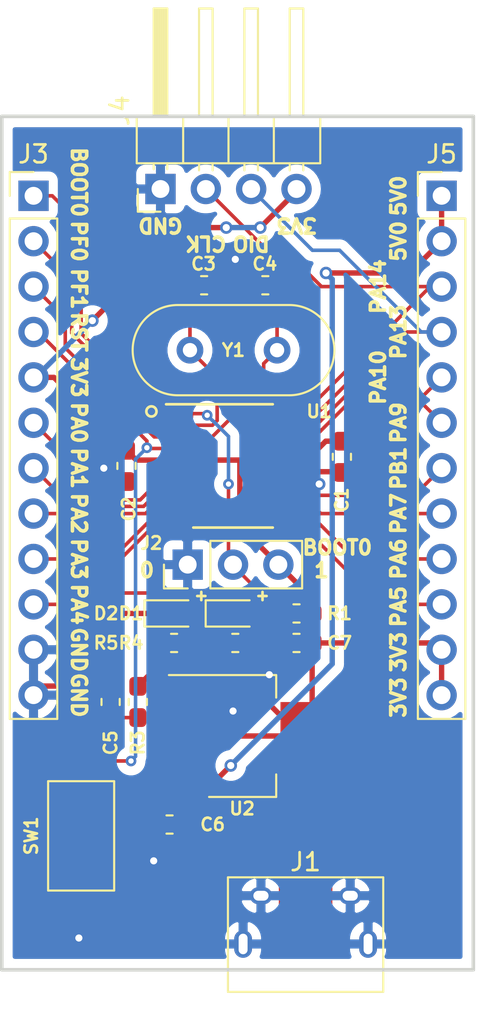
<source format=kicad_pcb>
(kicad_pcb (version 20171130) (host pcbnew 5.1.0)

  (general
    (thickness 1.6)
    (drawings 38)
    (tracks 228)
    (zones 0)
    (modules 22)
    (nets 25)
  )

  (page A4)
  (layers
    (0 F.Cu signal)
    (31 B.Cu signal)
    (32 B.Adhes user)
    (33 F.Adhes user)
    (34 B.Paste user)
    (35 F.Paste user)
    (36 B.SilkS user)
    (37 F.SilkS user)
    (38 B.Mask user)
    (39 F.Mask user)
    (40 Dwgs.User user)
    (41 Cmts.User user)
    (42 Eco1.User user)
    (43 Eco2.User user)
    (44 Edge.Cuts user)
    (45 Margin user)
    (46 B.CrtYd user)
    (47 F.CrtYd user)
    (48 B.Fab user)
    (49 F.Fab user)
  )

  (setup
    (last_trace_width 0.2)
    (trace_clearance 0.16)
    (zone_clearance 0.508)
    (zone_45_only no)
    (trace_min 0.2)
    (via_size 0.6)
    (via_drill 0.3)
    (via_min_size 0.4)
    (via_min_drill 0.3)
    (uvia_size 0.3)
    (uvia_drill 0.1)
    (uvias_allowed no)
    (uvia_min_size 0.2)
    (uvia_min_drill 0.1)
    (edge_width 0.15)
    (segment_width 0.15)
    (pcb_text_width 0.3)
    (pcb_text_size 1.5 1.5)
    (mod_edge_width 0.15)
    (mod_text_size 1 1)
    (mod_text_width 0.15)
    (pad_size 1.524 1.524)
    (pad_drill 0.762)
    (pad_to_mask_clearance 0.051)
    (solder_mask_min_width 0.25)
    (aux_axis_origin 65.024 75.311)
    (grid_origin 65.024 75.311)
    (visible_elements FFFFFF7F)
    (pcbplotparams
      (layerselection 0x010fc_ffffffff)
      (usegerberextensions false)
      (usegerberattributes false)
      (usegerberadvancedattributes false)
      (creategerberjobfile false)
      (excludeedgelayer true)
      (linewidth 0.100000)
      (plotframeref false)
      (viasonmask false)
      (mode 1)
      (useauxorigin false)
      (hpglpennumber 1)
      (hpglpenspeed 20)
      (hpglpendiameter 15.000000)
      (psnegative false)
      (psa4output false)
      (plotreference true)
      (plotvalue true)
      (plotinvisibletext false)
      (padsonsilk false)
      (subtractmaskfromsilk false)
      (outputformat 1)
      (mirror false)
      (drillshape 1)
      (scaleselection 1)
      (outputdirectory ""))
  )

  (net 0 "")
  (net 1 VCC)
  (net 2 "Net-(D1-Pad2)")
  (net 3 /NRST)
  (net 4 /BOOT0)
  (net 5 "Net-(D2-Pad2)")
  (net 6 VBUS)
  (net 7 GND)
  (net 8 /OSC_IN)
  (net 9 /OSC_OUT)
  (net 10 /PA0)
  (net 11 /PA1)
  (net 12 /PA2)
  (net 13 /PA3)
  (net 14 /PA4)
  (net 15 /PA5)
  (net 16 /PA6)
  (net 17 /PA7)
  (net 18 /PB1)
  (net 19 /D-)
  (net 20 /D+)
  (net 21 /PA13)
  (net 22 /PA14)
  (net 23 /PA10_PA12)
  (net 24 /PA9_PA11)

  (net_class Default 这是默认网络组.
    (clearance 0.16)
    (trace_width 0.2)
    (via_dia 0.6)
    (via_drill 0.3)
    (uvia_dia 0.3)
    (uvia_drill 0.1)
    (diff_pair_width 0.2)
    (diff_pair_gap 0.2)
    (add_net /BOOT0)
    (add_net /D+)
    (add_net /D-)
    (add_net /NRST)
    (add_net /OSC_IN)
    (add_net /OSC_OUT)
    (add_net /PA0)
    (add_net /PA1)
    (add_net /PA10_PA12)
    (add_net /PA13)
    (add_net /PA14)
    (add_net /PA2)
    (add_net /PA3)
    (add_net /PA4)
    (add_net /PA5)
    (add_net /PA6)
    (add_net /PA7)
    (add_net /PA9_PA11)
    (add_net /PB1)
    (add_net "Net-(D1-Pad2)")
    (add_net "Net-(D2-Pad2)")
  )

  (net_class Power ""
    (clearance 0.18)
    (trace_width 0.3)
    (via_dia 0.7)
    (via_drill 0.4)
    (uvia_dia 0.3)
    (uvia_drill 0.1)
    (diff_pair_width 0.2)
    (diff_pair_gap 0.2)
    (add_net GND)
    (add_net VBUS)
    (add_net VCC)
  )

  (module Icenowy_Connectors:USB_Micro-B_Connector (layer F.Cu) (tedit 5543E447) (tstamp 5CEEDEA7)
    (at 82.042 72.517)
    (descr "Micro USB Type B Receptacle")
    (tags "USB USB_B USB_micro USB_OTG")
    (path /5CEF10D1)
    (attr smd)
    (fp_text reference J1 (at 0 -3.24) (layer F.SilkS)
      (effects (font (size 1 1) (thickness 0.15)))
    )
    (fp_text value USB_B_Micro (at 0 5.01) (layer F.Fab)
      (effects (font (size 1 1) (thickness 0.15)))
    )
    (fp_line (start -4.35 4.03) (end -4.35 -2.38) (layer F.SilkS) (width 0.12))
    (fp_line (start 4.35 2.8) (end -4.35 2.8) (layer F.SilkS) (width 0.12))
    (fp_line (start 4.35 -2.38) (end 4.35 4.03) (layer F.SilkS) (width 0.12))
    (fp_line (start -4.35 -2.38) (end 4.35 -2.38) (layer F.SilkS) (width 0.12))
    (fp_line (start -4.35 4.03) (end 4.35 4.03) (layer F.SilkS) (width 0.12))
    (fp_line (start -4.6 4.26) (end -4.6 -2.59) (layer F.CrtYd) (width 0.05))
    (fp_line (start 4.6 4.26) (end -4.6 4.26) (layer F.CrtYd) (width 0.05))
    (fp_line (start 4.6 -2.59) (end 4.6 4.26) (layer F.CrtYd) (width 0.05))
    (fp_line (start -4.6 -2.59) (end 4.6 -2.59) (layer F.CrtYd) (width 0.05))
    (pad 6 thru_hole oval (at 3.5 1.35 90) (size 1.55 1) (drill oval 1.15 0.5) (layers *.Cu *.Mask)
      (net 7 GND))
    (pad 6 thru_hole oval (at -3.5 1.35 90) (size 1.55 1) (drill oval 1.15 0.5) (layers *.Cu *.Mask)
      (net 7 GND))
    (pad 6 thru_hole oval (at 2.5 -1.35 90) (size 0.95 1.25) (drill oval 0.55 0.85) (layers *.Cu *.Mask)
      (net 7 GND))
    (pad 6 thru_hole oval (at -2.5 -1.35 90) (size 0.95 1.25) (drill oval 0.55 0.85) (layers *.Cu *.Mask)
      (net 7 GND))
    (pad 5 smd rect (at 1.3 -1.35 90) (size 1.35 0.4) (layers F.Cu F.Paste F.Mask)
      (net 7 GND))
    (pad 4 smd rect (at 0.65 -1.35 90) (size 1.35 0.4) (layers F.Cu F.Paste F.Mask)
      (net 7 GND))
    (pad 3 smd rect (at 0 -1.35 90) (size 1.35 0.4) (layers F.Cu F.Paste F.Mask)
      (net 20 /D+))
    (pad 2 smd rect (at -0.65 -1.35 90) (size 1.35 0.4) (layers F.Cu F.Paste F.Mask)
      (net 19 /D-))
    (pad 1 smd rect (at -1.3 -1.35 90) (size 1.35 0.4) (layers F.Cu F.Paste F.Mask)
      (net 6 VBUS))
  )

  (module Connector_PinHeader_2.54mm:PinHeader_1x12_P2.54mm_Vertical (layer F.Cu) (tedit 59FED5CC) (tstamp 5C662E73)
    (at 66.802 32.004)
    (descr "Through hole straight pin header, 1x12, 2.54mm pitch, single row")
    (tags "Through hole pin header THT 1x12 2.54mm single row")
    (path /5C59E8CA)
    (fp_text reference J3 (at 0 -2.33) (layer F.SilkS)
      (effects (font (size 1 1) (thickness 0.15)))
    )
    (fp_text value LEFT (at 0 30.27) (layer F.Fab)
      (effects (font (size 1 1) (thickness 0.15)))
    )
    (fp_text user %R (at 0 13.97 90) (layer F.Fab)
      (effects (font (size 1 1) (thickness 0.15)))
    )
    (fp_line (start 1.8 -1.8) (end -1.8 -1.8) (layer F.CrtYd) (width 0.05))
    (fp_line (start 1.8 29.75) (end 1.8 -1.8) (layer F.CrtYd) (width 0.05))
    (fp_line (start -1.8 29.75) (end 1.8 29.75) (layer F.CrtYd) (width 0.05))
    (fp_line (start -1.8 -1.8) (end -1.8 29.75) (layer F.CrtYd) (width 0.05))
    (fp_line (start -1.33 -1.33) (end 0 -1.33) (layer F.SilkS) (width 0.12))
    (fp_line (start -1.33 0) (end -1.33 -1.33) (layer F.SilkS) (width 0.12))
    (fp_line (start -1.33 1.27) (end 1.33 1.27) (layer F.SilkS) (width 0.12))
    (fp_line (start 1.33 1.27) (end 1.33 29.27) (layer F.SilkS) (width 0.12))
    (fp_line (start -1.33 1.27) (end -1.33 29.27) (layer F.SilkS) (width 0.12))
    (fp_line (start -1.33 29.27) (end 1.33 29.27) (layer F.SilkS) (width 0.12))
    (fp_line (start -1.27 -0.635) (end -0.635 -1.27) (layer F.Fab) (width 0.1))
    (fp_line (start -1.27 29.21) (end -1.27 -0.635) (layer F.Fab) (width 0.1))
    (fp_line (start 1.27 29.21) (end -1.27 29.21) (layer F.Fab) (width 0.1))
    (fp_line (start 1.27 -1.27) (end 1.27 29.21) (layer F.Fab) (width 0.1))
    (fp_line (start -0.635 -1.27) (end 1.27 -1.27) (layer F.Fab) (width 0.1))
    (pad 12 thru_hole oval (at 0 27.94) (size 1.7 1.7) (drill 1) (layers *.Cu *.Mask)
      (net 7 GND))
    (pad 11 thru_hole oval (at 0 25.4) (size 1.7 1.7) (drill 1) (layers *.Cu *.Mask)
      (net 7 GND))
    (pad 10 thru_hole oval (at 0 22.86) (size 1.7 1.7) (drill 1) (layers *.Cu *.Mask)
      (net 14 /PA4))
    (pad 9 thru_hole oval (at 0 20.32) (size 1.7 1.7) (drill 1) (layers *.Cu *.Mask)
      (net 13 /PA3))
    (pad 8 thru_hole oval (at 0 17.78) (size 1.7 1.7) (drill 1) (layers *.Cu *.Mask)
      (net 12 /PA2))
    (pad 7 thru_hole oval (at 0 15.24) (size 1.7 1.7) (drill 1) (layers *.Cu *.Mask)
      (net 11 /PA1))
    (pad 6 thru_hole oval (at 0 12.7) (size 1.7 1.7) (drill 1) (layers *.Cu *.Mask)
      (net 10 /PA0))
    (pad 5 thru_hole oval (at 0 10.16) (size 1.7 1.7) (drill 1) (layers *.Cu *.Mask)
      (net 1 VCC))
    (pad 4 thru_hole oval (at 0 7.62) (size 1.7 1.7) (drill 1) (layers *.Cu *.Mask)
      (net 3 /NRST))
    (pad 3 thru_hole oval (at 0 5.08) (size 1.7 1.7) (drill 1) (layers *.Cu *.Mask)
      (net 9 /OSC_OUT))
    (pad 2 thru_hole oval (at 0 2.54) (size 1.7 1.7) (drill 1) (layers *.Cu *.Mask)
      (net 8 /OSC_IN))
    (pad 1 thru_hole rect (at 0 0) (size 1.7 1.7) (drill 1) (layers *.Cu *.Mask)
      (net 4 /BOOT0))
    (model ${KISYS3DMOD}/Connector_PinHeader_2.54mm.3dshapes/PinHeader_1x12_P2.54mm_Vertical.wrl
      (at (xyz 0 0 0))
      (scale (xyz 1 1 1))
      (rotate (xyz 0 0 0))
    )
  )

  (module Connector_PinHeader_2.54mm:PinHeader_1x12_P2.54mm_Vertical (layer F.Cu) (tedit 59FED5CC) (tstamp 5C662C9B)
    (at 89.662 32.004)
    (descr "Through hole straight pin header, 1x12, 2.54mm pitch, single row")
    (tags "Through hole pin header THT 1x12 2.54mm single row")
    (path /5C5CDD26)
    (fp_text reference J5 (at 0 -2.33) (layer F.SilkS)
      (effects (font (size 1 1) (thickness 0.15)))
    )
    (fp_text value RIGHT (at 0 30.27) (layer F.Fab)
      (effects (font (size 1 1) (thickness 0.15)))
    )
    (fp_line (start -0.635 -1.27) (end 1.27 -1.27) (layer F.Fab) (width 0.1))
    (fp_line (start 1.27 -1.27) (end 1.27 29.21) (layer F.Fab) (width 0.1))
    (fp_line (start 1.27 29.21) (end -1.27 29.21) (layer F.Fab) (width 0.1))
    (fp_line (start -1.27 29.21) (end -1.27 -0.635) (layer F.Fab) (width 0.1))
    (fp_line (start -1.27 -0.635) (end -0.635 -1.27) (layer F.Fab) (width 0.1))
    (fp_line (start -1.33 29.27) (end 1.33 29.27) (layer F.SilkS) (width 0.12))
    (fp_line (start -1.33 1.27) (end -1.33 29.27) (layer F.SilkS) (width 0.12))
    (fp_line (start 1.33 1.27) (end 1.33 29.27) (layer F.SilkS) (width 0.12))
    (fp_line (start -1.33 1.27) (end 1.33 1.27) (layer F.SilkS) (width 0.12))
    (fp_line (start -1.33 0) (end -1.33 -1.33) (layer F.SilkS) (width 0.12))
    (fp_line (start -1.33 -1.33) (end 0 -1.33) (layer F.SilkS) (width 0.12))
    (fp_line (start -1.8 -1.8) (end -1.8 29.75) (layer F.CrtYd) (width 0.05))
    (fp_line (start -1.8 29.75) (end 1.8 29.75) (layer F.CrtYd) (width 0.05))
    (fp_line (start 1.8 29.75) (end 1.8 -1.8) (layer F.CrtYd) (width 0.05))
    (fp_line (start 1.8 -1.8) (end -1.8 -1.8) (layer F.CrtYd) (width 0.05))
    (fp_text user %R (at 0 13.97 90) (layer F.Fab)
      (effects (font (size 1 1) (thickness 0.15)))
    )
    (pad 1 thru_hole rect (at 0 0) (size 1.7 1.7) (drill 1) (layers *.Cu *.Mask)
      (net 6 VBUS))
    (pad 2 thru_hole oval (at 0 2.54) (size 1.7 1.7) (drill 1) (layers *.Cu *.Mask)
      (net 6 VBUS))
    (pad 3 thru_hole oval (at 0 5.08) (size 1.7 1.7) (drill 1) (layers *.Cu *.Mask)
      (net 22 /PA14))
    (pad 4 thru_hole oval (at 0 7.62) (size 1.7 1.7) (drill 1) (layers *.Cu *.Mask)
      (net 21 /PA13))
    (pad 5 thru_hole oval (at 0 10.16) (size 1.7 1.7) (drill 1) (layers *.Cu *.Mask)
      (net 23 /PA10_PA12))
    (pad 6 thru_hole oval (at 0 12.7) (size 1.7 1.7) (drill 1) (layers *.Cu *.Mask)
      (net 24 /PA9_PA11))
    (pad 7 thru_hole oval (at 0 15.24) (size 1.7 1.7) (drill 1) (layers *.Cu *.Mask)
      (net 18 /PB1))
    (pad 8 thru_hole oval (at 0 17.78) (size 1.7 1.7) (drill 1) (layers *.Cu *.Mask)
      (net 17 /PA7))
    (pad 9 thru_hole oval (at 0 20.32) (size 1.7 1.7) (drill 1) (layers *.Cu *.Mask)
      (net 16 /PA6))
    (pad 10 thru_hole oval (at 0 22.86) (size 1.7 1.7) (drill 1) (layers *.Cu *.Mask)
      (net 15 /PA5))
    (pad 11 thru_hole oval (at 0 25.4) (size 1.7 1.7) (drill 1) (layers *.Cu *.Mask)
      (net 1 VCC))
    (pad 12 thru_hole oval (at 0 27.94) (size 1.7 1.7) (drill 1) (layers *.Cu *.Mask)
      (net 1 VCC))
    (model ${KISYS3DMOD}/Connector_PinHeader_2.54mm.3dshapes/PinHeader_1x12_P2.54mm_Vertical.wrl
      (at (xyz 0 0 0))
      (scale (xyz 1 1 1))
      (rotate (xyz 0 0 0))
    )
  )

  (module Button_Switch_SMD:SW_SPST_CK_RS282G05A3 (layer F.Cu) (tedit 5C597FD8) (tstamp 5C72309D)
    (at 69.469 67.818 270)
    (descr https://www.mouser.com/ds/2/60/RS-282G05A-SM_RT-1159762.pdf)
    (tags "SPST button tactile switch")
    (path /5C5B9F39)
    (attr smd)
    (fp_text reference SW1 (at 0 2.794 270) (layer F.SilkS)
      (effects (font (size 0.7 0.7) (thickness 0.15)))
    )
    (fp_text value SW_Push (at 0 3 270) (layer F.Fab)
      (effects (font (size 1 1) (thickness 0.15)))
    )
    (fp_line (start -4.9 2.05) (end -4.9 -2.05) (layer F.CrtYd) (width 0.05))
    (fp_line (start 4.9 2.05) (end -4.9 2.05) (layer F.CrtYd) (width 0.05))
    (fp_line (start 4.9 -2.05) (end 4.9 2.05) (layer F.CrtYd) (width 0.05))
    (fp_line (start -4.9 -2.05) (end 4.9 -2.05) (layer F.CrtYd) (width 0.05))
    (fp_text user %R (at 0 -2.6 270) (layer F.Fab)
      (effects (font (size 1 1) (thickness 0.15)))
    )
    (fp_line (start -1.75 -1) (end 1.75 -1) (layer F.Fab) (width 0.1))
    (fp_line (start 1.75 -1) (end 1.75 1) (layer F.Fab) (width 0.1))
    (fp_line (start 1.75 1) (end -1.75 1) (layer F.Fab) (width 0.1))
    (fp_line (start -1.75 1) (end -1.75 -1) (layer F.Fab) (width 0.1))
    (fp_line (start -3.06 -1.85) (end 3.06 -1.85) (layer F.SilkS) (width 0.12))
    (fp_line (start 3.06 -1.85) (end 3.06 1.85) (layer F.SilkS) (width 0.12))
    (fp_line (start 3.06 1.85) (end -3.06 1.85) (layer F.SilkS) (width 0.12))
    (fp_line (start -3.06 1.85) (end -3.06 -1.85) (layer F.SilkS) (width 0.12))
    (fp_line (start -1.5 0.8) (end 1.5 0.8) (layer F.Fab) (width 0.1))
    (fp_line (start -1.5 -0.8) (end 1.5 -0.8) (layer F.Fab) (width 0.1))
    (fp_line (start 1.5 -0.8) (end 1.5 0.8) (layer F.Fab) (width 0.1))
    (fp_line (start -1.5 -0.8) (end -1.5 0.8) (layer F.Fab) (width 0.1))
    (fp_line (start -3 1.8) (end 3 1.8) (layer F.Fab) (width 0.1))
    (fp_line (start -3 -1.8) (end 3 -1.8) (layer F.Fab) (width 0.1))
    (fp_line (start -3 -1.8) (end -3 1.8) (layer F.Fab) (width 0.1))
    (fp_line (start 3 -1.8) (end 3 1.8) (layer F.Fab) (width 0.1))
    (pad 1 smd rect (at -3.9 0 270) (size 1.5 1.5) (layers F.Cu F.Paste F.Mask)
      (net 3 /NRST))
    (pad 2 smd rect (at 3.9 0 270) (size 1.5 1.5) (layers F.Cu F.Paste F.Mask)
      (net 7 GND))
    (model ${KISYS3DMOD}/Button_Switch_SMD.3dshapes/SW_SPST_CK_RS282G05A3.wrl
      (at (xyz 0 0 0))
      (scale (xyz 1 1 1))
      (rotate (xyz 0 0 0))
    )
  )

  (module Capacitor_SMD:C_0603_1608Metric_Pad1.05x0.95mm_HandSolder (layer F.Cu) (tedit 5C598025) (tstamp 5C6639C6)
    (at 72.009 47.117 90)
    (descr "Capacitor SMD 0603 (1608 Metric), square (rectangular) end terminal, IPC_7351 nominal with elongated pad for handsoldering. (Body size source: http://www.tortai-tech.com/upload/download/2011102023233369053.pdf), generated with kicad-footprint-generator")
    (tags "capacitor handsolder")
    (path /5C593839)
    (attr smd)
    (fp_text reference C2 (at -2.413 0.127 90) (layer F.SilkS)
      (effects (font (size 0.7 0.7) (thickness 0.15)))
    )
    (fp_text value 0.1uF (at 0 1.43 90) (layer F.Fab)
      (effects (font (size 1 1) (thickness 0.15)))
    )
    (fp_line (start -0.8 0.4) (end -0.8 -0.4) (layer F.Fab) (width 0.1))
    (fp_line (start -0.8 -0.4) (end 0.8 -0.4) (layer F.Fab) (width 0.1))
    (fp_line (start 0.8 -0.4) (end 0.8 0.4) (layer F.Fab) (width 0.1))
    (fp_line (start 0.8 0.4) (end -0.8 0.4) (layer F.Fab) (width 0.1))
    (fp_line (start -0.171267 -0.51) (end 0.171267 -0.51) (layer F.SilkS) (width 0.12))
    (fp_line (start -0.171267 0.51) (end 0.171267 0.51) (layer F.SilkS) (width 0.12))
    (fp_line (start -1.65 0.73) (end -1.65 -0.73) (layer F.CrtYd) (width 0.05))
    (fp_line (start -1.65 -0.73) (end 1.65 -0.73) (layer F.CrtYd) (width 0.05))
    (fp_line (start 1.65 -0.73) (end 1.65 0.73) (layer F.CrtYd) (width 0.05))
    (fp_line (start 1.65 0.73) (end -1.65 0.73) (layer F.CrtYd) (width 0.05))
    (fp_text user %R (at 0 0 90) (layer F.Fab)
      (effects (font (size 0.4 0.4) (thickness 0.06)))
    )
    (pad 1 smd roundrect (at -0.875 0 90) (size 1.05 0.95) (layers F.Cu F.Paste F.Mask) (roundrect_rratio 0.25)
      (net 7 GND))
    (pad 2 smd roundrect (at 0.875 0 90) (size 1.05 0.95) (layers F.Cu F.Paste F.Mask) (roundrect_rratio 0.25)
      (net 1 VCC))
    (model ${KISYS3DMOD}/Capacitor_SMD.3dshapes/C_0603_1608Metric.wrl
      (at (xyz 0 0 0))
      (scale (xyz 1 1 1))
      (rotate (xyz 0 0 0))
    )
  )

  (module Capacitor_SMD:C_0603_1608Metric_Pad1.05x0.95mm_HandSolder (layer F.Cu) (tedit 5C599504) (tstamp 5C723071)
    (at 76.357988 37.009528 180)
    (descr "Capacitor SMD 0603 (1608 Metric), square (rectangular) end terminal, IPC_7351 nominal with elongated pad for handsoldering. (Body size source: http://www.tortai-tech.com/upload/download/2011102023233369053.pdf), generated with kicad-footprint-generator")
    (tags "capacitor handsolder")
    (path /5C597BE4)
    (attr smd)
    (fp_text reference C3 (at 0.030988 1.195528 180) (layer F.SilkS)
      (effects (font (size 0.7 0.7) (thickness 0.15)))
    )
    (fp_text value 20pF (at 0 1.43 180) (layer F.Fab)
      (effects (font (size 1 1) (thickness 0.15)))
    )
    (fp_text user %R (at 0 0 180) (layer F.Fab)
      (effects (font (size 0.4 0.4) (thickness 0.06)))
    )
    (fp_line (start 1.65 0.73) (end -1.65 0.73) (layer F.CrtYd) (width 0.05))
    (fp_line (start 1.65 -0.73) (end 1.65 0.73) (layer F.CrtYd) (width 0.05))
    (fp_line (start -1.65 -0.73) (end 1.65 -0.73) (layer F.CrtYd) (width 0.05))
    (fp_line (start -1.65 0.73) (end -1.65 -0.73) (layer F.CrtYd) (width 0.05))
    (fp_line (start -0.171267 0.51) (end 0.171267 0.51) (layer F.SilkS) (width 0.12))
    (fp_line (start -0.171267 -0.51) (end 0.171267 -0.51) (layer F.SilkS) (width 0.12))
    (fp_line (start 0.8 0.4) (end -0.8 0.4) (layer F.Fab) (width 0.1))
    (fp_line (start 0.8 -0.4) (end 0.8 0.4) (layer F.Fab) (width 0.1))
    (fp_line (start -0.8 -0.4) (end 0.8 -0.4) (layer F.Fab) (width 0.1))
    (fp_line (start -0.8 0.4) (end -0.8 -0.4) (layer F.Fab) (width 0.1))
    (pad 2 smd roundrect (at 0.875 0 180) (size 1.05 0.95) (layers F.Cu F.Paste F.Mask) (roundrect_rratio 0.25)
      (net 8 /OSC_IN))
    (pad 1 smd roundrect (at -0.875 0 180) (size 1.05 0.95) (layers F.Cu F.Paste F.Mask) (roundrect_rratio 0.25)
      (net 7 GND))
    (model ${KISYS3DMOD}/Capacitor_SMD.3dshapes/C_0603_1608Metric.wrl
      (at (xyz 0 0 0))
      (scale (xyz 1 1 1))
      (rotate (xyz 0 0 0))
    )
  )

  (module Capacitor_SMD:C_0603_1608Metric_Pad1.05x0.95mm_HandSolder (layer F.Cu) (tedit 5C5994FA) (tstamp 5C723060)
    (at 79.786988 37.009528)
    (descr "Capacitor SMD 0603 (1608 Metric), square (rectangular) end terminal, IPC_7351 nominal with elongated pad for handsoldering. (Body size source: http://www.tortai-tech.com/upload/download/2011102023233369053.pdf), generated with kicad-footprint-generator")
    (tags "capacitor handsolder")
    (path /5C597C3A)
    (attr smd)
    (fp_text reference C4 (at -0.030988 -1.195528) (layer F.SilkS)
      (effects (font (size 0.7 0.7) (thickness 0.15)))
    )
    (fp_text value 20pF (at 0 1.43) (layer F.Fab)
      (effects (font (size 1 1) (thickness 0.15)))
    )
    (fp_line (start -0.8 0.4) (end -0.8 -0.4) (layer F.Fab) (width 0.1))
    (fp_line (start -0.8 -0.4) (end 0.8 -0.4) (layer F.Fab) (width 0.1))
    (fp_line (start 0.8 -0.4) (end 0.8 0.4) (layer F.Fab) (width 0.1))
    (fp_line (start 0.8 0.4) (end -0.8 0.4) (layer F.Fab) (width 0.1))
    (fp_line (start -0.171267 -0.51) (end 0.171267 -0.51) (layer F.SilkS) (width 0.12))
    (fp_line (start -0.171267 0.51) (end 0.171267 0.51) (layer F.SilkS) (width 0.12))
    (fp_line (start -1.65 0.73) (end -1.65 -0.73) (layer F.CrtYd) (width 0.05))
    (fp_line (start -1.65 -0.73) (end 1.65 -0.73) (layer F.CrtYd) (width 0.05))
    (fp_line (start 1.65 -0.73) (end 1.65 0.73) (layer F.CrtYd) (width 0.05))
    (fp_line (start 1.65 0.73) (end -1.65 0.73) (layer F.CrtYd) (width 0.05))
    (fp_text user %R (at 0 0) (layer F.Fab)
      (effects (font (size 0.4 0.4) (thickness 0.06)))
    )
    (pad 1 smd roundrect (at -0.875 0) (size 1.05 0.95) (layers F.Cu F.Paste F.Mask) (roundrect_rratio 0.25)
      (net 7 GND))
    (pad 2 smd roundrect (at 0.875 0) (size 1.05 0.95) (layers F.Cu F.Paste F.Mask) (roundrect_rratio 0.25)
      (net 9 /OSC_OUT))
    (model ${KISYS3DMOD}/Capacitor_SMD.3dshapes/C_0603_1608Metric.wrl
      (at (xyz 0 0 0))
      (scale (xyz 1 1 1))
      (rotate (xyz 0 0 0))
    )
  )

  (module Capacitor_SMD:C_0603_1608Metric_Pad1.05x0.95mm_HandSolder (layer F.Cu) (tedit 5C597FBF) (tstamp 5C72304F)
    (at 71.12 60.325 90)
    (descr "Capacitor SMD 0603 (1608 Metric), square (rectangular) end terminal, IPC_7351 nominal with elongated pad for handsoldering. (Body size source: http://www.tortai-tech.com/upload/download/2011102023233369053.pdf), generated with kicad-footprint-generator")
    (tags "capacitor handsolder")
    (path /5C5B9FCB)
    (attr smd)
    (fp_text reference C5 (at -2.286 0 90) (layer F.SilkS)
      (effects (font (size 0.7 0.7) (thickness 0.15)))
    )
    (fp_text value 0.1uF (at 0 1.43 90) (layer F.Fab)
      (effects (font (size 1 1) (thickness 0.15)))
    )
    (fp_text user %R (at 0 0 90) (layer F.Fab)
      (effects (font (size 0.4 0.4) (thickness 0.06)))
    )
    (fp_line (start 1.65 0.73) (end -1.65 0.73) (layer F.CrtYd) (width 0.05))
    (fp_line (start 1.65 -0.73) (end 1.65 0.73) (layer F.CrtYd) (width 0.05))
    (fp_line (start -1.65 -0.73) (end 1.65 -0.73) (layer F.CrtYd) (width 0.05))
    (fp_line (start -1.65 0.73) (end -1.65 -0.73) (layer F.CrtYd) (width 0.05))
    (fp_line (start -0.171267 0.51) (end 0.171267 0.51) (layer F.SilkS) (width 0.12))
    (fp_line (start -0.171267 -0.51) (end 0.171267 -0.51) (layer F.SilkS) (width 0.12))
    (fp_line (start 0.8 0.4) (end -0.8 0.4) (layer F.Fab) (width 0.1))
    (fp_line (start 0.8 -0.4) (end 0.8 0.4) (layer F.Fab) (width 0.1))
    (fp_line (start -0.8 -0.4) (end 0.8 -0.4) (layer F.Fab) (width 0.1))
    (fp_line (start -0.8 0.4) (end -0.8 -0.4) (layer F.Fab) (width 0.1))
    (pad 2 smd roundrect (at 0.875 0 90) (size 1.05 0.95) (layers F.Cu F.Paste F.Mask) (roundrect_rratio 0.25)
      (net 7 GND))
    (pad 1 smd roundrect (at -0.875 0 90) (size 1.05 0.95) (layers F.Cu F.Paste F.Mask) (roundrect_rratio 0.25)
      (net 3 /NRST))
    (model ${KISYS3DMOD}/Capacitor_SMD.3dshapes/C_0603_1608Metric.wrl
      (at (xyz 0 0 0))
      (scale (xyz 1 1 1))
      (rotate (xyz 0 0 0))
    )
  )

  (module Capacitor_SMD:C_0603_1608Metric_Pad1.05x0.95mm_HandSolder (layer F.Cu) (tedit 5C597FE1) (tstamp 5C72303E)
    (at 74.422 67.183)
    (descr "Capacitor SMD 0603 (1608 Metric), square (rectangular) end terminal, IPC_7351 nominal with elongated pad for handsoldering. (Body size source: http://www.tortai-tech.com/upload/download/2011102023233369053.pdf), generated with kicad-footprint-generator")
    (tags "capacitor handsolder")
    (path /5C5A386F)
    (attr smd)
    (fp_text reference C6 (at 2.413 0) (layer F.SilkS)
      (effects (font (size 0.7 0.7) (thickness 0.15)))
    )
    (fp_text value 0.1uF (at 0 1.43) (layer F.Fab)
      (effects (font (size 1 1) (thickness 0.15)))
    )
    (fp_line (start -0.8 0.4) (end -0.8 -0.4) (layer F.Fab) (width 0.1))
    (fp_line (start -0.8 -0.4) (end 0.8 -0.4) (layer F.Fab) (width 0.1))
    (fp_line (start 0.8 -0.4) (end 0.8 0.4) (layer F.Fab) (width 0.1))
    (fp_line (start 0.8 0.4) (end -0.8 0.4) (layer F.Fab) (width 0.1))
    (fp_line (start -0.171267 -0.51) (end 0.171267 -0.51) (layer F.SilkS) (width 0.12))
    (fp_line (start -0.171267 0.51) (end 0.171267 0.51) (layer F.SilkS) (width 0.12))
    (fp_line (start -1.65 0.73) (end -1.65 -0.73) (layer F.CrtYd) (width 0.05))
    (fp_line (start -1.65 -0.73) (end 1.65 -0.73) (layer F.CrtYd) (width 0.05))
    (fp_line (start 1.65 -0.73) (end 1.65 0.73) (layer F.CrtYd) (width 0.05))
    (fp_line (start 1.65 0.73) (end -1.65 0.73) (layer F.CrtYd) (width 0.05))
    (fp_text user %R (at 0 0) (layer F.Fab)
      (effects (font (size 0.4 0.4) (thickness 0.06)))
    )
    (pad 1 smd roundrect (at -0.875 0) (size 1.05 0.95) (layers F.Cu F.Paste F.Mask) (roundrect_rratio 0.25)
      (net 7 GND))
    (pad 2 smd roundrect (at 0.875 0) (size 1.05 0.95) (layers F.Cu F.Paste F.Mask) (roundrect_rratio 0.25)
      (net 6 VBUS))
    (model ${KISYS3DMOD}/Capacitor_SMD.3dshapes/C_0603_1608Metric.wrl
      (at (xyz 0 0 0))
      (scale (xyz 1 1 1))
      (rotate (xyz 0 0 0))
    )
  )

  (module Capacitor_SMD:C_0603_1608Metric_Pad1.05x0.95mm_HandSolder (layer F.Cu) (tedit 5C5994A5) (tstamp 5C72302D)
    (at 81.534 57.023 180)
    (descr "Capacitor SMD 0603 (1608 Metric), square (rectangular) end terminal, IPC_7351 nominal with elongated pad for handsoldering. (Body size source: http://www.tortai-tech.com/upload/download/2011102023233369053.pdf), generated with kicad-footprint-generator")
    (tags "capacitor handsolder")
    (path /5C5A3816)
    (attr smd)
    (fp_text reference C7 (at -2.413 0 180) (layer F.SilkS)
      (effects (font (size 0.7 0.7) (thickness 0.15)))
    )
    (fp_text value 0.1uF (at 0 1.43 180) (layer F.Fab)
      (effects (font (size 1 1) (thickness 0.15)))
    )
    (fp_text user %R (at 0 0 180) (layer F.Fab)
      (effects (font (size 0.4 0.4) (thickness 0.06)))
    )
    (fp_line (start 1.65 0.73) (end -1.65 0.73) (layer F.CrtYd) (width 0.05))
    (fp_line (start 1.65 -0.73) (end 1.65 0.73) (layer F.CrtYd) (width 0.05))
    (fp_line (start -1.65 -0.73) (end 1.65 -0.73) (layer F.CrtYd) (width 0.05))
    (fp_line (start -1.65 0.73) (end -1.65 -0.73) (layer F.CrtYd) (width 0.05))
    (fp_line (start -0.171267 0.51) (end 0.171267 0.51) (layer F.SilkS) (width 0.12))
    (fp_line (start -0.171267 -0.51) (end 0.171267 -0.51) (layer F.SilkS) (width 0.12))
    (fp_line (start 0.8 0.4) (end -0.8 0.4) (layer F.Fab) (width 0.1))
    (fp_line (start 0.8 -0.4) (end 0.8 0.4) (layer F.Fab) (width 0.1))
    (fp_line (start -0.8 -0.4) (end 0.8 -0.4) (layer F.Fab) (width 0.1))
    (fp_line (start -0.8 0.4) (end -0.8 -0.4) (layer F.Fab) (width 0.1))
    (pad 2 smd roundrect (at 0.875 0 180) (size 1.05 0.95) (layers F.Cu F.Paste F.Mask) (roundrect_rratio 0.25)
      (net 7 GND))
    (pad 1 smd roundrect (at -0.875 0 180) (size 1.05 0.95) (layers F.Cu F.Paste F.Mask) (roundrect_rratio 0.25)
      (net 1 VCC))
    (model ${KISYS3DMOD}/Capacitor_SMD.3dshapes/C_0603_1608Metric.wrl
      (at (xyz 0 0 0))
      (scale (xyz 1 1 1))
      (rotate (xyz 0 0 0))
    )
  )

  (module Capacitor_SMD:C_0603_1608Metric_Pad1.05x0.95mm_HandSolder (layer F.Cu) (tedit 5C599410) (tstamp 5C72301C)
    (at 84.074 46.609 90)
    (descr "Capacitor SMD 0603 (1608 Metric), square (rectangular) end terminal, IPC_7351 nominal with elongated pad for handsoldering. (Body size source: http://www.tortai-tech.com/upload/download/2011102023233369053.pdf), generated with kicad-footprint-generator")
    (tags "capacitor handsolder")
    (path /5C593870)
    (attr smd)
    (fp_text reference C1 (at -2.413 0 90) (layer F.SilkS)
      (effects (font (size 0.7 0.7) (thickness 0.15)))
    )
    (fp_text value 0.1uF (at 0 1.43 90) (layer F.Fab)
      (effects (font (size 1 1) (thickness 0.15)))
    )
    (fp_line (start -0.8 0.4) (end -0.8 -0.4) (layer F.Fab) (width 0.1))
    (fp_line (start -0.8 -0.4) (end 0.8 -0.4) (layer F.Fab) (width 0.1))
    (fp_line (start 0.8 -0.4) (end 0.8 0.4) (layer F.Fab) (width 0.1))
    (fp_line (start 0.8 0.4) (end -0.8 0.4) (layer F.Fab) (width 0.1))
    (fp_line (start -0.171267 -0.51) (end 0.171267 -0.51) (layer F.SilkS) (width 0.12))
    (fp_line (start -0.171267 0.51) (end 0.171267 0.51) (layer F.SilkS) (width 0.12))
    (fp_line (start -1.65 0.73) (end -1.65 -0.73) (layer F.CrtYd) (width 0.05))
    (fp_line (start -1.65 -0.73) (end 1.65 -0.73) (layer F.CrtYd) (width 0.05))
    (fp_line (start 1.65 -0.73) (end 1.65 0.73) (layer F.CrtYd) (width 0.05))
    (fp_line (start 1.65 0.73) (end -1.65 0.73) (layer F.CrtYd) (width 0.05))
    (fp_text user %R (at 0 0 90) (layer F.Fab)
      (effects (font (size 0.4 0.4) (thickness 0.06)))
    )
    (pad 1 smd roundrect (at -0.875 0 90) (size 1.05 0.95) (layers F.Cu F.Paste F.Mask) (roundrect_rratio 0.25)
      (net 7 GND))
    (pad 2 smd roundrect (at 0.875 0 90) (size 1.05 0.95) (layers F.Cu F.Paste F.Mask) (roundrect_rratio 0.25)
      (net 1 VCC))
    (model ${KISYS3DMOD}/Capacitor_SMD.3dshapes/C_0603_1608Metric.wrl
      (at (xyz 0 0 0))
      (scale (xyz 1 1 1))
      (rotate (xyz 0 0 0))
    )
  )

  (module Connector_PinHeader_2.54mm:PinHeader_1x03_P2.54mm_Vertical (layer F.Cu) (tedit 5C598014) (tstamp 5C722FF5)
    (at 75.438 52.6415 90)
    (descr "Through hole straight pin header, 1x03, 2.54mm pitch, single row")
    (tags "Through hole pin header THT 1x03 2.54mm single row")
    (path /5C5CFE17)
    (fp_text reference J2 (at 1.2065 -2.032 180) (layer F.SilkS)
      (effects (font (size 0.7 0.7) (thickness 0.15)))
    )
    (fp_text value BOOT0 (at 0 7.41 90) (layer F.Fab)
      (effects (font (size 1 1) (thickness 0.15)))
    )
    (fp_line (start -0.635 -1.27) (end 1.27 -1.27) (layer F.Fab) (width 0.1))
    (fp_line (start 1.27 -1.27) (end 1.27 6.35) (layer F.Fab) (width 0.1))
    (fp_line (start 1.27 6.35) (end -1.27 6.35) (layer F.Fab) (width 0.1))
    (fp_line (start -1.27 6.35) (end -1.27 -0.635) (layer F.Fab) (width 0.1))
    (fp_line (start -1.27 -0.635) (end -0.635 -1.27) (layer F.Fab) (width 0.1))
    (fp_line (start -1.33 6.41) (end 1.33 6.41) (layer F.SilkS) (width 0.12))
    (fp_line (start -1.33 1.27) (end -1.33 6.41) (layer F.SilkS) (width 0.12))
    (fp_line (start 1.33 1.27) (end 1.33 6.41) (layer F.SilkS) (width 0.12))
    (fp_line (start -1.33 1.27) (end 1.33 1.27) (layer F.SilkS) (width 0.12))
    (fp_line (start -1.33 0) (end -1.33 -1.33) (layer F.SilkS) (width 0.12))
    (fp_line (start -1.33 -1.33) (end 0 -1.33) (layer F.SilkS) (width 0.12))
    (fp_line (start -1.8 -1.8) (end -1.8 6.85) (layer F.CrtYd) (width 0.05))
    (fp_line (start -1.8 6.85) (end 1.8 6.85) (layer F.CrtYd) (width 0.05))
    (fp_line (start 1.8 6.85) (end 1.8 -1.8) (layer F.CrtYd) (width 0.05))
    (fp_line (start 1.8 -1.8) (end -1.8 -1.8) (layer F.CrtYd) (width 0.05))
    (fp_text user %R (at 0 2.54 180) (layer F.Fab)
      (effects (font (size 1 1) (thickness 0.15)))
    )
    (pad 1 thru_hole rect (at 0 0 90) (size 1.7 1.7) (drill 1) (layers *.Cu *.Mask)
      (net 7 GND))
    (pad 2 thru_hole oval (at 0 2.54 90) (size 1.7 1.7) (drill 1) (layers *.Cu *.Mask)
      (net 4 /BOOT0))
    (pad 3 thru_hole oval (at 0 5.08 90) (size 1.7 1.7) (drill 1) (layers *.Cu *.Mask)
      (net 1 VCC))
    (model ${KISYS3DMOD}/Connector_PinHeader_2.54mm.3dshapes/PinHeader_1x03_P2.54mm_Vertical.wrl
      (at (xyz 0 0 0))
      (scale (xyz 1 1 1))
      (rotate (xyz 0 0 0))
    )
  )

  (module Connector_PinHeader_2.54mm:PinHeader_1x04_P2.54mm_Horizontal (layer F.Cu) (tedit 59FED5CB) (tstamp 5C7234AE)
    (at 73.914 31.623 90)
    (descr "Through hole angled pin header, 1x04, 2.54mm pitch, 6mm pin length, single row")
    (tags "Through hole angled pin header THT 1x04 2.54mm single row")
    (path /5C5DEB51)
    (fp_text reference J4 (at 4.385 -2.27 90) (layer F.SilkS)
      (effects (font (size 1 1) (thickness 0.15)))
    )
    (fp_text value SWD (at 4.385 9.89 90) (layer F.Fab)
      (effects (font (size 1 1) (thickness 0.15)))
    )
    (fp_line (start 2.135 -1.27) (end 4.04 -1.27) (layer F.Fab) (width 0.1))
    (fp_line (start 4.04 -1.27) (end 4.04 8.89) (layer F.Fab) (width 0.1))
    (fp_line (start 4.04 8.89) (end 1.5 8.89) (layer F.Fab) (width 0.1))
    (fp_line (start 1.5 8.89) (end 1.5 -0.635) (layer F.Fab) (width 0.1))
    (fp_line (start 1.5 -0.635) (end 2.135 -1.27) (layer F.Fab) (width 0.1))
    (fp_line (start -0.32 -0.32) (end 1.5 -0.32) (layer F.Fab) (width 0.1))
    (fp_line (start -0.32 -0.32) (end -0.32 0.32) (layer F.Fab) (width 0.1))
    (fp_line (start -0.32 0.32) (end 1.5 0.32) (layer F.Fab) (width 0.1))
    (fp_line (start 4.04 -0.32) (end 10.04 -0.32) (layer F.Fab) (width 0.1))
    (fp_line (start 10.04 -0.32) (end 10.04 0.32) (layer F.Fab) (width 0.1))
    (fp_line (start 4.04 0.32) (end 10.04 0.32) (layer F.Fab) (width 0.1))
    (fp_line (start -0.32 2.22) (end 1.5 2.22) (layer F.Fab) (width 0.1))
    (fp_line (start -0.32 2.22) (end -0.32 2.86) (layer F.Fab) (width 0.1))
    (fp_line (start -0.32 2.86) (end 1.5 2.86) (layer F.Fab) (width 0.1))
    (fp_line (start 4.04 2.22) (end 10.04 2.22) (layer F.Fab) (width 0.1))
    (fp_line (start 10.04 2.22) (end 10.04 2.86) (layer F.Fab) (width 0.1))
    (fp_line (start 4.04 2.86) (end 10.04 2.86) (layer F.Fab) (width 0.1))
    (fp_line (start -0.32 4.76) (end 1.5 4.76) (layer F.Fab) (width 0.1))
    (fp_line (start -0.32 4.76) (end -0.32 5.4) (layer F.Fab) (width 0.1))
    (fp_line (start -0.32 5.4) (end 1.5 5.4) (layer F.Fab) (width 0.1))
    (fp_line (start 4.04 4.76) (end 10.04 4.76) (layer F.Fab) (width 0.1))
    (fp_line (start 10.04 4.76) (end 10.04 5.4) (layer F.Fab) (width 0.1))
    (fp_line (start 4.04 5.4) (end 10.04 5.4) (layer F.Fab) (width 0.1))
    (fp_line (start -0.32 7.3) (end 1.5 7.3) (layer F.Fab) (width 0.1))
    (fp_line (start -0.32 7.3) (end -0.32 7.94) (layer F.Fab) (width 0.1))
    (fp_line (start -0.32 7.94) (end 1.5 7.94) (layer F.Fab) (width 0.1))
    (fp_line (start 4.04 7.3) (end 10.04 7.3) (layer F.Fab) (width 0.1))
    (fp_line (start 10.04 7.3) (end 10.04 7.94) (layer F.Fab) (width 0.1))
    (fp_line (start 4.04 7.94) (end 10.04 7.94) (layer F.Fab) (width 0.1))
    (fp_line (start 1.44 -1.33) (end 1.44 8.95) (layer F.SilkS) (width 0.12))
    (fp_line (start 1.44 8.95) (end 4.1 8.95) (layer F.SilkS) (width 0.12))
    (fp_line (start 4.1 8.95) (end 4.1 -1.33) (layer F.SilkS) (width 0.12))
    (fp_line (start 4.1 -1.33) (end 1.44 -1.33) (layer F.SilkS) (width 0.12))
    (fp_line (start 4.1 -0.38) (end 10.1 -0.38) (layer F.SilkS) (width 0.12))
    (fp_line (start 10.1 -0.38) (end 10.1 0.38) (layer F.SilkS) (width 0.12))
    (fp_line (start 10.1 0.38) (end 4.1 0.38) (layer F.SilkS) (width 0.12))
    (fp_line (start 4.1 -0.32) (end 10.1 -0.32) (layer F.SilkS) (width 0.12))
    (fp_line (start 4.1 -0.2) (end 10.1 -0.2) (layer F.SilkS) (width 0.12))
    (fp_line (start 4.1 -0.08) (end 10.1 -0.08) (layer F.SilkS) (width 0.12))
    (fp_line (start 4.1 0.04) (end 10.1 0.04) (layer F.SilkS) (width 0.12))
    (fp_line (start 4.1 0.16) (end 10.1 0.16) (layer F.SilkS) (width 0.12))
    (fp_line (start 4.1 0.28) (end 10.1 0.28) (layer F.SilkS) (width 0.12))
    (fp_line (start 1.11 -0.38) (end 1.44 -0.38) (layer F.SilkS) (width 0.12))
    (fp_line (start 1.11 0.38) (end 1.44 0.38) (layer F.SilkS) (width 0.12))
    (fp_line (start 1.44 1.27) (end 4.1 1.27) (layer F.SilkS) (width 0.12))
    (fp_line (start 4.1 2.16) (end 10.1 2.16) (layer F.SilkS) (width 0.12))
    (fp_line (start 10.1 2.16) (end 10.1 2.92) (layer F.SilkS) (width 0.12))
    (fp_line (start 10.1 2.92) (end 4.1 2.92) (layer F.SilkS) (width 0.12))
    (fp_line (start 1.042929 2.16) (end 1.44 2.16) (layer F.SilkS) (width 0.12))
    (fp_line (start 1.042929 2.92) (end 1.44 2.92) (layer F.SilkS) (width 0.12))
    (fp_line (start 1.44 3.81) (end 4.1 3.81) (layer F.SilkS) (width 0.12))
    (fp_line (start 4.1 4.7) (end 10.1 4.7) (layer F.SilkS) (width 0.12))
    (fp_line (start 10.1 4.7) (end 10.1 5.46) (layer F.SilkS) (width 0.12))
    (fp_line (start 10.1 5.46) (end 4.1 5.46) (layer F.SilkS) (width 0.12))
    (fp_line (start 1.042929 4.7) (end 1.44 4.7) (layer F.SilkS) (width 0.12))
    (fp_line (start 1.042929 5.46) (end 1.44 5.46) (layer F.SilkS) (width 0.12))
    (fp_line (start 1.44 6.35) (end 4.1 6.35) (layer F.SilkS) (width 0.12))
    (fp_line (start 4.1 7.24) (end 10.1 7.24) (layer F.SilkS) (width 0.12))
    (fp_line (start 10.1 7.24) (end 10.1 8) (layer F.SilkS) (width 0.12))
    (fp_line (start 10.1 8) (end 4.1 8) (layer F.SilkS) (width 0.12))
    (fp_line (start 1.042929 7.24) (end 1.44 7.24) (layer F.SilkS) (width 0.12))
    (fp_line (start 1.042929 8) (end 1.44 8) (layer F.SilkS) (width 0.12))
    (fp_line (start -1.27 0) (end -1.27 -1.27) (layer F.SilkS) (width 0.12))
    (fp_line (start -1.27 -1.27) (end 0 -1.27) (layer F.SilkS) (width 0.12))
    (fp_line (start -1.8 -1.8) (end -1.8 9.4) (layer F.CrtYd) (width 0.05))
    (fp_line (start -1.8 9.4) (end 10.55 9.4) (layer F.CrtYd) (width 0.05))
    (fp_line (start 10.55 9.4) (end 10.55 -1.8) (layer F.CrtYd) (width 0.05))
    (fp_line (start 10.55 -1.8) (end -1.8 -1.8) (layer F.CrtYd) (width 0.05))
    (fp_text user %R (at 2.77 3.81 180) (layer F.Fab)
      (effects (font (size 1 1) (thickness 0.15)))
    )
    (pad 1 thru_hole rect (at 0 0 90) (size 1.7 1.7) (drill 1) (layers *.Cu *.Mask)
      (net 7 GND))
    (pad 2 thru_hole oval (at 0 2.54 90) (size 1.7 1.7) (drill 1) (layers *.Cu *.Mask)
      (net 22 /PA14))
    (pad 3 thru_hole oval (at 0 5.08 90) (size 1.7 1.7) (drill 1) (layers *.Cu *.Mask)
      (net 21 /PA13))
    (pad 4 thru_hole oval (at 0 7.62 90) (size 1.7 1.7) (drill 1) (layers *.Cu *.Mask)
      (net 1 VCC))
    (model ${KISYS3DMOD}/Connector_PinHeader_2.54mm.3dshapes/PinHeader_1x04_P2.54mm_Horizontal.wrl
      (at (xyz 0 0 0))
      (scale (xyz 1 1 1))
      (rotate (xyz 0 0 0))
    )
  )

  (module Crystal:Crystal_HC49-U_Vertical (layer F.Cu) (tedit 5C5994ED) (tstamp 5C722F91)
    (at 75.565 40.64)
    (descr "Crystal THT HC-49/U http://5hertz.com/pdfs/04404_D.pdf")
    (tags "THT crystalHC-49/U")
    (path /5C597B7A)
    (fp_text reference Y1 (at 2.44 0) (layer F.SilkS)
      (effects (font (size 0.7 0.7) (thickness 0.15)))
    )
    (fp_text value 8MHz (at 2.44 3.525) (layer F.Fab)
      (effects (font (size 1 1) (thickness 0.15)))
    )
    (fp_text user %R (at 2.44 0) (layer F.Fab)
      (effects (font (size 1 1) (thickness 0.15)))
    )
    (fp_line (start -0.685 -2.325) (end 5.565 -2.325) (layer F.Fab) (width 0.1))
    (fp_line (start -0.685 2.325) (end 5.565 2.325) (layer F.Fab) (width 0.1))
    (fp_line (start -0.56 -2) (end 5.44 -2) (layer F.Fab) (width 0.1))
    (fp_line (start -0.56 2) (end 5.44 2) (layer F.Fab) (width 0.1))
    (fp_line (start -0.685 -2.525) (end 5.565 -2.525) (layer F.SilkS) (width 0.12))
    (fp_line (start -0.685 2.525) (end 5.565 2.525) (layer F.SilkS) (width 0.12))
    (fp_line (start -3.5 -2.8) (end -3.5 2.8) (layer F.CrtYd) (width 0.05))
    (fp_line (start -3.5 2.8) (end 8.4 2.8) (layer F.CrtYd) (width 0.05))
    (fp_line (start 8.4 2.8) (end 8.4 -2.8) (layer F.CrtYd) (width 0.05))
    (fp_line (start 8.4 -2.8) (end -3.5 -2.8) (layer F.CrtYd) (width 0.05))
    (fp_arc (start -0.685 0) (end -0.685 -2.325) (angle -180) (layer F.Fab) (width 0.1))
    (fp_arc (start 5.565 0) (end 5.565 -2.325) (angle 180) (layer F.Fab) (width 0.1))
    (fp_arc (start -0.56 0) (end -0.56 -2) (angle -180) (layer F.Fab) (width 0.1))
    (fp_arc (start 5.44 0) (end 5.44 -2) (angle 180) (layer F.Fab) (width 0.1))
    (fp_arc (start -0.685 0) (end -0.685 -2.525) (angle -180) (layer F.SilkS) (width 0.12))
    (fp_arc (start 5.565 0) (end 5.565 -2.525) (angle 180) (layer F.SilkS) (width 0.12))
    (pad 1 thru_hole circle (at 0 0) (size 1.5 1.5) (drill 0.8) (layers *.Cu *.Mask)
      (net 8 /OSC_IN))
    (pad 2 thru_hole circle (at 4.88 0) (size 1.5 1.5) (drill 0.8) (layers *.Cu *.Mask)
      (net 9 /OSC_OUT))
    (model ${KISYS3DMOD}/Crystal.3dshapes/Crystal_HC49-U_Vertical.wrl
      (at (xyz 0 0 0))
      (scale (xyz 1 1 1))
      (rotate (xyz 0 0 0))
    )
  )

  (module LED_SMD:LED_0603_1608Metric_Pad1.05x0.95mm_HandSolder (layer F.Cu) (tedit 5C598007) (tstamp 5C6615AB)
    (at 74.676 55.372)
    (descr "LED SMD 0603 (1608 Metric), square (rectangular) end terminal, IPC_7351 nominal, (Body size source: http://www.tortai-tech.com/upload/download/2011102023233369053.pdf), generated with kicad-footprint-generator")
    (tags "LED handsolder")
    (path /5C5CBAAB)
    (attr smd)
    (fp_text reference D2 (at -3.81 0) (layer F.SilkS)
      (effects (font (size 0.7 0.7) (thickness 0.15)))
    )
    (fp_text value RED (at 0 1.43) (layer F.Fab)
      (effects (font (size 1 1) (thickness 0.15)))
    )
    (fp_text user %R (at 0 0) (layer F.Fab)
      (effects (font (size 0.4 0.4) (thickness 0.06)))
    )
    (fp_line (start 1.65 0.73) (end -1.65 0.73) (layer F.CrtYd) (width 0.05))
    (fp_line (start 1.65 -0.73) (end 1.65 0.73) (layer F.CrtYd) (width 0.05))
    (fp_line (start -1.65 -0.73) (end 1.65 -0.73) (layer F.CrtYd) (width 0.05))
    (fp_line (start -1.65 0.73) (end -1.65 -0.73) (layer F.CrtYd) (width 0.05))
    (fp_line (start -1.66 0.735) (end 0.8 0.735) (layer F.SilkS) (width 0.12))
    (fp_line (start -1.66 -0.735) (end -1.66 0.735) (layer F.SilkS) (width 0.12))
    (fp_line (start 0.8 -0.735) (end -1.66 -0.735) (layer F.SilkS) (width 0.12))
    (fp_line (start 0.8 0.4) (end 0.8 -0.4) (layer F.Fab) (width 0.1))
    (fp_line (start -0.8 0.4) (end 0.8 0.4) (layer F.Fab) (width 0.1))
    (fp_line (start -0.8 -0.1) (end -0.8 0.4) (layer F.Fab) (width 0.1))
    (fp_line (start -0.5 -0.4) (end -0.8 -0.1) (layer F.Fab) (width 0.1))
    (fp_line (start 0.8 -0.4) (end -0.5 -0.4) (layer F.Fab) (width 0.1))
    (pad 2 smd roundrect (at 0.875 0) (size 1.05 0.95) (layers F.Cu F.Paste F.Mask) (roundrect_rratio 0.25)
      (net 5 "Net-(D2-Pad2)"))
    (pad 1 smd roundrect (at -0.875 0) (size 1.05 0.95) (layers F.Cu F.Paste F.Mask) (roundrect_rratio 0.25)
      (net 7 GND))
    (model ${KISYS3DMOD}/LED_SMD.3dshapes/LED_0603_1608Metric.wrl
      (at (xyz 0 0 0))
      (scale (xyz 1 1 1))
      (rotate (xyz 0 0 0))
    )
  )

  (module LED_SMD:LED_0603_1608Metric_Pad1.05x0.95mm_HandSolder (layer F.Cu) (tedit 5C599494) (tstamp 5C722F51)
    (at 78.105 55.372)
    (descr "LED SMD 0603 (1608 Metric), square (rectangular) end terminal, IPC_7351 nominal, (Body size source: http://www.tortai-tech.com/upload/download/2011102023233369053.pdf), generated with kicad-footprint-generator")
    (tags "LED handsolder")
    (path /5C5C5D7E)
    (attr smd)
    (fp_text reference D1 (at -5.842 0) (layer F.SilkS)
      (effects (font (size 0.7 0.7) (thickness 0.15)))
    )
    (fp_text value GREEN (at 0 1.43) (layer F.Fab)
      (effects (font (size 1 1) (thickness 0.15)))
    )
    (fp_line (start 0.8 -0.4) (end -0.5 -0.4) (layer F.Fab) (width 0.1))
    (fp_line (start -0.5 -0.4) (end -0.8 -0.1) (layer F.Fab) (width 0.1))
    (fp_line (start -0.8 -0.1) (end -0.8 0.4) (layer F.Fab) (width 0.1))
    (fp_line (start -0.8 0.4) (end 0.8 0.4) (layer F.Fab) (width 0.1))
    (fp_line (start 0.8 0.4) (end 0.8 -0.4) (layer F.Fab) (width 0.1))
    (fp_line (start 0.8 -0.735) (end -1.66 -0.735) (layer F.SilkS) (width 0.12))
    (fp_line (start -1.66 -0.735) (end -1.66 0.735) (layer F.SilkS) (width 0.12))
    (fp_line (start -1.66 0.735) (end 0.8 0.735) (layer F.SilkS) (width 0.12))
    (fp_line (start -1.65 0.73) (end -1.65 -0.73) (layer F.CrtYd) (width 0.05))
    (fp_line (start -1.65 -0.73) (end 1.65 -0.73) (layer F.CrtYd) (width 0.05))
    (fp_line (start 1.65 -0.73) (end 1.65 0.73) (layer F.CrtYd) (width 0.05))
    (fp_line (start 1.65 0.73) (end -1.65 0.73) (layer F.CrtYd) (width 0.05))
    (fp_text user %R (at 0 0) (layer F.Fab)
      (effects (font (size 0.4 0.4) (thickness 0.06)))
    )
    (pad 1 smd roundrect (at -0.875 0) (size 1.05 0.95) (layers F.Cu F.Paste F.Mask) (roundrect_rratio 0.25)
      (net 14 /PA4))
    (pad 2 smd roundrect (at 0.875 0) (size 1.05 0.95) (layers F.Cu F.Paste F.Mask) (roundrect_rratio 0.25)
      (net 2 "Net-(D1-Pad2)"))
    (model ${KISYS3DMOD}/LED_SMD.3dshapes/LED_0603_1608Metric.wrl
      (at (xyz 0 0 0))
      (scale (xyz 1 1 1))
      (rotate (xyz 0 0 0))
    )
  )

  (module Package_SO:TSSOP-20_4.4x6.5mm_P0.65mm (layer F.Cu) (tedit 5C59803B) (tstamp 5C722F3E)
    (at 77.978 47.117)
    (descr "20-Lead Plastic Thin Shrink Small Outline (ST)-4.4 mm Body [TSSOP] (see Microchip Packaging Specification 00000049BS.pdf)")
    (tags "SSOP 0.65")
    (path /5C593513)
    (attr smd)
    (fp_text reference U1 (at 4.826 -3.048) (layer F.SilkS)
      (effects (font (size 0.7 0.7) (thickness 0.15)))
    )
    (fp_text value STM32F042F6Px (at 0 4.3) (layer F.Fab)
      (effects (font (size 1 1) (thickness 0.15)))
    )
    (fp_line (start -1.2 -3.25) (end 2.2 -3.25) (layer F.Fab) (width 0.15))
    (fp_line (start 2.2 -3.25) (end 2.2 3.25) (layer F.Fab) (width 0.15))
    (fp_line (start 2.2 3.25) (end -2.2 3.25) (layer F.Fab) (width 0.15))
    (fp_line (start -2.2 3.25) (end -2.2 -2.25) (layer F.Fab) (width 0.15))
    (fp_line (start -2.2 -2.25) (end -1.2 -3.25) (layer F.Fab) (width 0.15))
    (fp_line (start -3.95 -3.55) (end -3.95 3.55) (layer F.CrtYd) (width 0.05))
    (fp_line (start 3.95 -3.55) (end 3.95 3.55) (layer F.CrtYd) (width 0.05))
    (fp_line (start -3.95 -3.55) (end 3.95 -3.55) (layer F.CrtYd) (width 0.05))
    (fp_line (start -3.95 3.55) (end 3.95 3.55) (layer F.CrtYd) (width 0.05))
    (fp_line (start -2.225 3.45) (end 2.225 3.45) (layer F.SilkS) (width 0.15))
    (fp_line (start -3.75 -3.45) (end 2.225 -3.45) (layer F.SilkS) (width 0.15))
    (fp_text user %R (at 0 0) (layer F.Fab)
      (effects (font (size 0.8 0.8) (thickness 0.15)))
    )
    (pad 1 smd rect (at -2.95 -2.925) (size 1.45 0.45) (layers F.Cu F.Paste F.Mask)
      (net 4 /BOOT0))
    (pad 2 smd rect (at -2.95 -2.275) (size 1.45 0.45) (layers F.Cu F.Paste F.Mask)
      (net 8 /OSC_IN))
    (pad 3 smd rect (at -2.95 -1.625) (size 1.45 0.45) (layers F.Cu F.Paste F.Mask)
      (net 9 /OSC_OUT))
    (pad 4 smd rect (at -2.95 -0.975) (size 1.45 0.45) (layers F.Cu F.Paste F.Mask)
      (net 3 /NRST))
    (pad 5 smd rect (at -2.95 -0.325) (size 1.45 0.45) (layers F.Cu F.Paste F.Mask)
      (net 1 VCC))
    (pad 6 smd rect (at -2.95 0.325) (size 1.45 0.45) (layers F.Cu F.Paste F.Mask)
      (net 10 /PA0))
    (pad 7 smd rect (at -2.95 0.975) (size 1.45 0.45) (layers F.Cu F.Paste F.Mask)
      (net 11 /PA1))
    (pad 8 smd rect (at -2.95 1.625) (size 1.45 0.45) (layers F.Cu F.Paste F.Mask)
      (net 12 /PA2))
    (pad 9 smd rect (at -2.95 2.275) (size 1.45 0.45) (layers F.Cu F.Paste F.Mask)
      (net 13 /PA3))
    (pad 10 smd rect (at -2.95 2.925) (size 1.45 0.45) (layers F.Cu F.Paste F.Mask)
      (net 14 /PA4))
    (pad 11 smd rect (at 2.95 2.925) (size 1.45 0.45) (layers F.Cu F.Paste F.Mask)
      (net 15 /PA5))
    (pad 12 smd rect (at 2.95 2.275) (size 1.45 0.45) (layers F.Cu F.Paste F.Mask)
      (net 16 /PA6))
    (pad 13 smd rect (at 2.95 1.625) (size 1.45 0.45) (layers F.Cu F.Paste F.Mask)
      (net 17 /PA7))
    (pad 14 smd rect (at 2.95 0.975) (size 1.45 0.45) (layers F.Cu F.Paste F.Mask)
      (net 18 /PB1))
    (pad 15 smd rect (at 2.95 0.325) (size 1.45 0.45) (layers F.Cu F.Paste F.Mask)
      (net 7 GND))
    (pad 16 smd rect (at 2.95 -0.325) (size 1.45 0.45) (layers F.Cu F.Paste F.Mask)
      (net 1 VCC))
    (pad 17 smd rect (at 2.95 -0.975) (size 1.45 0.45) (layers F.Cu F.Paste F.Mask)
      (net 24 /PA9_PA11))
    (pad 18 smd rect (at 2.95 -1.625) (size 1.45 0.45) (layers F.Cu F.Paste F.Mask)
      (net 23 /PA10_PA12))
    (pad 19 smd rect (at 2.95 -2.275) (size 1.45 0.45) (layers F.Cu F.Paste F.Mask)
      (net 21 /PA13))
    (pad 20 smd rect (at 2.95 -2.925) (size 1.45 0.45) (layers F.Cu F.Paste F.Mask)
      (net 22 /PA14))
    (model ${KISYS3DMOD}/Package_SO.3dshapes/TSSOP-20_4.4x6.5mm_P0.65mm.wrl
      (at (xyz 0 0 0))
      (scale (xyz 1 1 1))
      (rotate (xyz 0 0 0))
    )
  )

  (module Package_TO_SOT_SMD:SOT-223-3_TabPin2 (layer F.Cu) (tedit 5C599440) (tstamp 5C722F1A)
    (at 78.486 62.23)
    (descr "module CMS SOT223 4 pins")
    (tags "CMS SOT")
    (path /5C5A070C)
    (attr smd)
    (fp_text reference U2 (at 0 4.064) (layer F.SilkS)
      (effects (font (size 0.7 0.7) (thickness 0.15)))
    )
    (fp_text value 1117-3.3 (at 0 4.5) (layer F.Fab)
      (effects (font (size 1 1) (thickness 0.15)))
    )
    (fp_text user %R (at 0 0 90) (layer F.Fab)
      (effects (font (size 0.8 0.8) (thickness 0.12)))
    )
    (fp_line (start 1.91 3.41) (end 1.91 2.15) (layer F.SilkS) (width 0.12))
    (fp_line (start 1.91 -3.41) (end 1.91 -2.15) (layer F.SilkS) (width 0.12))
    (fp_line (start 4.4 -3.6) (end -4.4 -3.6) (layer F.CrtYd) (width 0.05))
    (fp_line (start 4.4 3.6) (end 4.4 -3.6) (layer F.CrtYd) (width 0.05))
    (fp_line (start -4.4 3.6) (end 4.4 3.6) (layer F.CrtYd) (width 0.05))
    (fp_line (start -4.4 -3.6) (end -4.4 3.6) (layer F.CrtYd) (width 0.05))
    (fp_line (start -1.85 -2.35) (end -0.85 -3.35) (layer F.Fab) (width 0.1))
    (fp_line (start -1.85 -2.35) (end -1.85 3.35) (layer F.Fab) (width 0.1))
    (fp_line (start -1.85 3.41) (end 1.91 3.41) (layer F.SilkS) (width 0.12))
    (fp_line (start -0.85 -3.35) (end 1.85 -3.35) (layer F.Fab) (width 0.1))
    (fp_line (start -4.1 -3.41) (end 1.91 -3.41) (layer F.SilkS) (width 0.12))
    (fp_line (start -1.85 3.35) (end 1.85 3.35) (layer F.Fab) (width 0.1))
    (fp_line (start 1.85 -3.35) (end 1.85 3.35) (layer F.Fab) (width 0.1))
    (pad 2 smd rect (at 3.15 0) (size 2 3.8) (layers F.Cu F.Paste F.Mask)
      (net 1 VCC))
    (pad 2 smd rect (at -3.15 0) (size 2 1.5) (layers F.Cu F.Paste F.Mask)
      (net 1 VCC))
    (pad 3 smd rect (at -3.15 2.3) (size 2 1.5) (layers F.Cu F.Paste F.Mask)
      (net 6 VBUS))
    (pad 1 smd rect (at -3.15 -2.3) (size 2 1.5) (layers F.Cu F.Paste F.Mask)
      (net 7 GND))
    (model ${KISYS3DMOD}/Package_TO_SOT_SMD.3dshapes/SOT-223.wrl
      (at (xyz 0 0 0))
      (scale (xyz 1 1 1))
      (rotate (xyz 0 0 0))
    )
  )

  (module Resistor_SMD:R_0603_1608Metric_Pad1.05x0.95mm_HandSolder (layer F.Cu) (tedit 5C599457) (tstamp 5C722F04)
    (at 74.676 57.023)
    (descr "Resistor SMD 0603 (1608 Metric), square (rectangular) end terminal, IPC_7351 nominal with elongated pad for handsoldering. (Body size source: http://www.tortai-tech.com/upload/download/2011102023233369053.pdf), generated with kicad-footprint-generator")
    (tags "resistor handsolder")
    (path /5C5CBAA4)
    (attr smd)
    (fp_text reference R5 (at -3.81 0) (layer F.SilkS)
      (effects (font (size 0.7 0.7) (thickness 0.15)))
    )
    (fp_text value 1.5kR (at 0 1.43) (layer F.Fab)
      (effects (font (size 1 1) (thickness 0.15)))
    )
    (fp_line (start -0.8 0.4) (end -0.8 -0.4) (layer F.Fab) (width 0.1))
    (fp_line (start -0.8 -0.4) (end 0.8 -0.4) (layer F.Fab) (width 0.1))
    (fp_line (start 0.8 -0.4) (end 0.8 0.4) (layer F.Fab) (width 0.1))
    (fp_line (start 0.8 0.4) (end -0.8 0.4) (layer F.Fab) (width 0.1))
    (fp_line (start -0.171267 -0.51) (end 0.171267 -0.51) (layer F.SilkS) (width 0.12))
    (fp_line (start -0.171267 0.51) (end 0.171267 0.51) (layer F.SilkS) (width 0.12))
    (fp_line (start -1.65 0.73) (end -1.65 -0.73) (layer F.CrtYd) (width 0.05))
    (fp_line (start -1.65 -0.73) (end 1.65 -0.73) (layer F.CrtYd) (width 0.05))
    (fp_line (start 1.65 -0.73) (end 1.65 0.73) (layer F.CrtYd) (width 0.05))
    (fp_line (start 1.65 0.73) (end -1.65 0.73) (layer F.CrtYd) (width 0.05))
    (fp_text user %R (at 0 0) (layer F.Fab)
      (effects (font (size 0.4 0.4) (thickness 0.06)))
    )
    (pad 1 smd roundrect (at -0.875 0) (size 1.05 0.95) (layers F.Cu F.Paste F.Mask) (roundrect_rratio 0.25)
      (net 1 VCC))
    (pad 2 smd roundrect (at 0.875 0) (size 1.05 0.95) (layers F.Cu F.Paste F.Mask) (roundrect_rratio 0.25)
      (net 5 "Net-(D2-Pad2)"))
    (model ${KISYS3DMOD}/Resistor_SMD.3dshapes/R_0603_1608Metric.wrl
      (at (xyz 0 0 0))
      (scale (xyz 1 1 1))
      (rotate (xyz 0 0 0))
    )
  )

  (module Resistor_SMD:R_0603_1608Metric_Pad1.05x0.95mm_HandSolder (layer F.Cu) (tedit 5C5994AE) (tstamp 5C722EF3)
    (at 81.534 55.372)
    (descr "Resistor SMD 0603 (1608 Metric), square (rectangular) end terminal, IPC_7351 nominal with elongated pad for handsoldering. (Body size source: http://www.tortai-tech.com/upload/download/2011102023233369053.pdf), generated with kicad-footprint-generator")
    (tags "resistor handsolder")
    (path /5C5D6D42)
    (attr smd)
    (fp_text reference R1 (at 2.413 0) (layer F.SilkS)
      (effects (font (size 0.7 0.7) (thickness 0.15)))
    )
    (fp_text value 10kR (at 0 1.43) (layer F.Fab)
      (effects (font (size 1 1) (thickness 0.15)))
    )
    (fp_text user %R (at 0 0) (layer F.Fab)
      (effects (font (size 0.4 0.4) (thickness 0.06)))
    )
    (fp_line (start 1.65 0.73) (end -1.65 0.73) (layer F.CrtYd) (width 0.05))
    (fp_line (start 1.65 -0.73) (end 1.65 0.73) (layer F.CrtYd) (width 0.05))
    (fp_line (start -1.65 -0.73) (end 1.65 -0.73) (layer F.CrtYd) (width 0.05))
    (fp_line (start -1.65 0.73) (end -1.65 -0.73) (layer F.CrtYd) (width 0.05))
    (fp_line (start -0.171267 0.51) (end 0.171267 0.51) (layer F.SilkS) (width 0.12))
    (fp_line (start -0.171267 -0.51) (end 0.171267 -0.51) (layer F.SilkS) (width 0.12))
    (fp_line (start 0.8 0.4) (end -0.8 0.4) (layer F.Fab) (width 0.1))
    (fp_line (start 0.8 -0.4) (end 0.8 0.4) (layer F.Fab) (width 0.1))
    (fp_line (start -0.8 -0.4) (end 0.8 -0.4) (layer F.Fab) (width 0.1))
    (fp_line (start -0.8 0.4) (end -0.8 -0.4) (layer F.Fab) (width 0.1))
    (pad 2 smd roundrect (at 0.875 0) (size 1.05 0.95) (layers F.Cu F.Paste F.Mask) (roundrect_rratio 0.25)
      (net 1 VCC))
    (pad 1 smd roundrect (at -0.875 0) (size 1.05 0.95) (layers F.Cu F.Paste F.Mask) (roundrect_rratio 0.25)
      (net 4 /BOOT0))
    (model ${KISYS3DMOD}/Resistor_SMD.3dshapes/R_0603_1608Metric.wrl
      (at (xyz 0 0 0))
      (scale (xyz 1 1 1))
      (rotate (xyz 0 0 0))
    )
  )

  (module Resistor_SMD:R_0603_1608Metric_Pad1.05x0.95mm_HandSolder (layer F.Cu) (tedit 5C597FB7) (tstamp 5C65F8C9)
    (at 72.644 60.325 270)
    (descr "Resistor SMD 0603 (1608 Metric), square (rectangular) end terminal, IPC_7351 nominal with elongated pad for handsoldering. (Body size source: http://www.tortai-tech.com/upload/download/2011102023233369053.pdf), generated with kicad-footprint-generator")
    (tags "resistor handsolder")
    (path /5C5C0745)
    (attr smd)
    (fp_text reference R3 (at 2.286 0 270) (layer F.SilkS)
      (effects (font (size 0.7 0.7) (thickness 0.15)))
    )
    (fp_text value 10kR (at 0 1.43 270) (layer F.Fab)
      (effects (font (size 1 1) (thickness 0.15)))
    )
    (fp_text user %R (at 0 0 270) (layer F.Fab)
      (effects (font (size 0.4 0.4) (thickness 0.06)))
    )
    (fp_line (start 1.65 0.73) (end -1.65 0.73) (layer F.CrtYd) (width 0.05))
    (fp_line (start 1.65 -0.73) (end 1.65 0.73) (layer F.CrtYd) (width 0.05))
    (fp_line (start -1.65 -0.73) (end 1.65 -0.73) (layer F.CrtYd) (width 0.05))
    (fp_line (start -1.65 0.73) (end -1.65 -0.73) (layer F.CrtYd) (width 0.05))
    (fp_line (start -0.171267 0.51) (end 0.171267 0.51) (layer F.SilkS) (width 0.12))
    (fp_line (start -0.171267 -0.51) (end 0.171267 -0.51) (layer F.SilkS) (width 0.12))
    (fp_line (start 0.8 0.4) (end -0.8 0.4) (layer F.Fab) (width 0.1))
    (fp_line (start 0.8 -0.4) (end 0.8 0.4) (layer F.Fab) (width 0.1))
    (fp_line (start -0.8 -0.4) (end 0.8 -0.4) (layer F.Fab) (width 0.1))
    (fp_line (start -0.8 0.4) (end -0.8 -0.4) (layer F.Fab) (width 0.1))
    (pad 2 smd roundrect (at 0.875 0 270) (size 1.05 0.95) (layers F.Cu F.Paste F.Mask) (roundrect_rratio 0.25)
      (net 3 /NRST))
    (pad 1 smd roundrect (at -0.875 0 270) (size 1.05 0.95) (layers F.Cu F.Paste F.Mask) (roundrect_rratio 0.25)
      (net 1 VCC))
    (model ${KISYS3DMOD}/Resistor_SMD.3dshapes/R_0603_1608Metric.wrl
      (at (xyz 0 0 0))
      (scale (xyz 1 1 1))
      (rotate (xyz 0 0 0))
    )
  )

  (module Resistor_SMD:R_0603_1608Metric_Pad1.05x0.95mm_HandSolder (layer F.Cu) (tedit 5C599485) (tstamp 5C722EC0)
    (at 78.105 57.023)
    (descr "Resistor SMD 0603 (1608 Metric), square (rectangular) end terminal, IPC_7351 nominal with elongated pad for handsoldering. (Body size source: http://www.tortai-tech.com/upload/download/2011102023233369053.pdf), generated with kicad-footprint-generator")
    (tags "resistor handsolder")
    (path /5C5C5C52)
    (attr smd)
    (fp_text reference R4 (at -5.842 0) (layer F.SilkS)
      (effects (font (size 0.7 0.7) (thickness 0.15)))
    )
    (fp_text value 1.5kR (at 0 1.43) (layer F.Fab)
      (effects (font (size 1 1) (thickness 0.15)))
    )
    (fp_line (start -0.8 0.4) (end -0.8 -0.4) (layer F.Fab) (width 0.1))
    (fp_line (start -0.8 -0.4) (end 0.8 -0.4) (layer F.Fab) (width 0.1))
    (fp_line (start 0.8 -0.4) (end 0.8 0.4) (layer F.Fab) (width 0.1))
    (fp_line (start 0.8 0.4) (end -0.8 0.4) (layer F.Fab) (width 0.1))
    (fp_line (start -0.171267 -0.51) (end 0.171267 -0.51) (layer F.SilkS) (width 0.12))
    (fp_line (start -0.171267 0.51) (end 0.171267 0.51) (layer F.SilkS) (width 0.12))
    (fp_line (start -1.65 0.73) (end -1.65 -0.73) (layer F.CrtYd) (width 0.05))
    (fp_line (start -1.65 -0.73) (end 1.65 -0.73) (layer F.CrtYd) (width 0.05))
    (fp_line (start 1.65 -0.73) (end 1.65 0.73) (layer F.CrtYd) (width 0.05))
    (fp_line (start 1.65 0.73) (end -1.65 0.73) (layer F.CrtYd) (width 0.05))
    (fp_text user %R (at 0 0) (layer F.Fab)
      (effects (font (size 0.4 0.4) (thickness 0.06)))
    )
    (pad 1 smd roundrect (at -0.875 0) (size 1.05 0.95) (layers F.Cu F.Paste F.Mask) (roundrect_rratio 0.25)
      (net 1 VCC))
    (pad 2 smd roundrect (at 0.875 0) (size 1.05 0.95) (layers F.Cu F.Paste F.Mask) (roundrect_rratio 0.25)
      (net 2 "Net-(D1-Pad2)"))
    (model ${KISYS3DMOD}/Resistor_SMD.3dshapes/R_0603_1608Metric.wrl
      (at (xyz 0 0 0))
      (scale (xyz 1 1 1))
      (rotate (xyz 0 0 0))
    )
  )

  (gr_text 3V3 (at 81.534 33.655 180) (layer F.SilkS) (tstamp 5D0E89C3)
    (effects (font (size 0.8 0.8) (thickness 0.2)))
  )
  (gr_text DIO (at 78.994 34.671 180) (layer F.SilkS) (tstamp 5D0E8AA2)
    (effects (font (size 0.8 0.8) (thickness 0.2)))
  )
  (gr_text CLK (at 76.454 34.671 180) (layer F.SilkS) (tstamp 5D0E8A9D)
    (effects (font (size 0.8 0.8) (thickness 0.2)))
  )
  (gr_text GND (at 73.914 33.655 180) (layer F.SilkS) (tstamp 5D0E8887)
    (effects (font (size 0.8 0.8) (thickness 0.2)))
  )
  (gr_text 0 (at 73.152 52.959) (layer F.SilkS)
    (effects (font (size 0.8 0.8) (thickness 0.2)))
  )
  (gr_text 1 (at 82.931 52.959) (layer F.SilkS)
    (effects (font (size 0.8 0.8) (thickness 0.2)))
  )
  (gr_text BOOT0 (at 83.82 51.689) (layer F.SilkS) (tstamp 5C5A81F3)
    (effects (font (size 0.8 0.8) (thickness 0.2)))
  )
  (gr_text + (at 79.629 54.356) (layer F.SilkS) (tstamp 5C665270)
    (effects (font (size 0.6 0.6) (thickness 0.15)))
  )
  (gr_text + (at 76.2 54.356) (layer F.SilkS)
    (effects (font (size 0.6 0.6) (thickness 0.15)))
  )
  (gr_text 5V0 (at 87.249 32.004 90) (layer F.SilkS)
    (effects (font (size 0.8 0.8) (thickness 0.2)))
  )
  (gr_text 5V0 (at 87.249 34.544 90) (layer F.SilkS)
    (effects (font (size 0.8 0.8) (thickness 0.2)))
  )
  (gr_text PA14 (at 86.106 37.084 90) (layer F.SilkS)
    (effects (font (size 0.8 0.8) (thickness 0.2)))
  )
  (gr_text PA13 (at 87.249 39.624 90) (layer F.SilkS)
    (effects (font (size 0.8 0.8) (thickness 0.2)))
  )
  (gr_text PA10 (at 86.106 42.164 90) (layer F.SilkS)
    (effects (font (size 0.8 0.8) (thickness 0.2)))
  )
  (gr_text PA9 (at 87.249 44.704 90) (layer F.SilkS)
    (effects (font (size 0.8 0.8) (thickness 0.2)))
  )
  (gr_text PB1 (at 87.249 47.244 90) (layer F.SilkS)
    (effects (font (size 0.8 0.8) (thickness 0.2)))
  )
  (gr_text PA7 (at 87.249 49.784 90) (layer F.SilkS)
    (effects (font (size 0.8 0.8) (thickness 0.2)))
  )
  (gr_text PA6 (at 87.249 52.324 90) (layer F.SilkS)
    (effects (font (size 0.8 0.8) (thickness 0.2)))
  )
  (gr_text PA5 (at 87.249 54.991 90) (layer F.SilkS)
    (effects (font (size 0.8 0.8) (thickness 0.2)))
  )
  (gr_text 3V3 (at 87.249 57.531 90) (layer F.SilkS)
    (effects (font (size 0.8 0.8) (thickness 0.2)))
  )
  (gr_text 3V3 (at 87.249 60.071 90) (layer F.SilkS)
    (effects (font (size 0.8 0.8) (thickness 0.2)))
  )
  (gr_text BOOT0 (at 69.342 31.242 270) (layer F.SilkS)
    (effects (font (size 0.8 0.8) (thickness 0.2)))
  )
  (gr_text PF0 (at 69.342 34.544 270) (layer F.SilkS)
    (effects (font (size 0.8 0.8) (thickness 0.2)))
  )
  (gr_text PF1 (at 69.342 37.211 270) (layer F.SilkS)
    (effects (font (size 0.8 0.8) (thickness 0.2)))
  )
  (gr_text RST (at 69.342 39.624 270) (layer F.SilkS)
    (effects (font (size 0.8 0.8) (thickness 0.2)))
  )
  (gr_text 3V3 (at 69.342 42.164 270) (layer F.SilkS)
    (effects (font (size 0.8 0.8) (thickness 0.2)))
  )
  (gr_text PA0 (at 69.342 44.704 270) (layer F.SilkS)
    (effects (font (size 0.8 0.8) (thickness 0.2)))
  )
  (gr_text PA1 (at 69.342 47.244 270) (layer F.SilkS)
    (effects (font (size 0.8 0.8) (thickness 0.2)))
  )
  (gr_text PA2 (at 69.342 49.784 270) (layer F.SilkS)
    (effects (font (size 0.8 0.8) (thickness 0.2)))
  )
  (gr_text PA3 (at 69.342 52.324 270) (layer F.SilkS)
    (effects (font (size 0.8 0.8) (thickness 0.2)))
  )
  (gr_text PA4 (at 69.342 54.864 270) (layer F.SilkS)
    (effects (font (size 0.8 0.8) (thickness 0.2)))
  )
  (gr_text GND (at 69.342 57.404 270) (layer F.SilkS)
    (effects (font (size 0.8 0.8) (thickness 0.2)))
  )
  (gr_text GND (at 69.342 59.944 270) (layer F.SilkS)
    (effects (font (size 0.8 0.8) (thickness 0.2)))
  )
  (gr_circle (center 73.406 44.069) (end 73.689981 44.069) (layer F.SilkS) (width 0.15))
  (gr_line (start 65.024 75.311) (end 65.024 27.559) (layer Edge.Cuts) (width 0.2) (tstamp 5C662F6D))
  (gr_line (start 91.44 75.311) (end 65.024 75.311) (layer Edge.Cuts) (width 0.2))
  (gr_line (start 91.44 27.559) (end 91.44 75.311) (layer Edge.Cuts) (width 0.2))
  (gr_line (start 65.024 27.559) (end 91.44 27.559) (layer Edge.Cuts) (width 0.2))

  (segment (start 82.409 57.023) (end 82.409 55.372) (width 0.3) (layer F.Cu) (net 1))
  (segment (start 82.409 54.5325) (end 80.518 52.6415) (width 0.3) (layer F.Cu) (net 1))
  (segment (start 82.409 55.372) (end 82.409 54.5325) (width 0.3) (layer F.Cu) (net 1))
  (segment (start 82.409 61.457) (end 81.636 62.23) (width 0.3) (layer F.Cu) (net 1))
  (segment (start 82.409 57.023) (end 82.409 61.457) (width 0.3) (layer F.Cu) (net 1))
  (segment (start 81.636 62.078) (end 81.636 62.23) (width 0.3) (layer F.Cu) (net 1))
  (segment (start 77.851 58.293) (end 81.636 62.078) (width 0.3) (layer F.Cu) (net 1))
  (segment (start 76.327 58.293) (end 77.851 58.293) (width 0.3) (layer F.Cu) (net 1))
  (segment (start 76.636 62.23) (end 81.636 62.23) (width 0.3) (layer F.Cu) (net 1))
  (segment (start 75.336 62.23) (end 76.636 62.23) (width 0.3) (layer F.Cu) (net 1))
  (segment (start 74.496 58.293) (end 76.327 58.293) (width 0.3) (layer F.Cu) (net 1))
  (segment (start 73.801 57.023) (end 73.801 58.293) (width 0.3) (layer F.Cu) (net 1))
  (segment (start 73.801 58.293) (end 74.496 58.293) (width 0.3) (layer F.Cu) (net 1))
  (segment (start 73.787 58.307) (end 73.787 58.2965) (width 0.3) (layer F.Cu) (net 1))
  (segment (start 72.644 59.45) (end 73.787 58.307) (width 0.3) (layer F.Cu) (net 1))
  (segment (start 77.23 58.293) (end 76.327 58.293) (width 0.3) (layer F.Cu) (net 1))
  (segment (start 77.23 57.023) (end 77.23 58.293) (width 0.3) (layer F.Cu) (net 1))
  (segment (start 76.454 46.792) (end 80.928 46.792) (width 0.3) (layer F.Cu) (net 1))
  (segment (start 78.359 46.792) (end 75.028 46.792) (width 0.3) (layer F.Cu) (net 1))
  (segment (start 80.518 52.6415) (end 78.359 50.4825) (width 0.3) (layer F.Cu) (net 1))
  (segment (start 78.359 50.4825) (end 78.359 46.792) (width 0.3) (layer F.Cu) (net 1))
  (segment (start 89.281 57.023) (end 89.662 57.404) (width 0.3) (layer F.Cu) (net 1))
  (segment (start 82.409 57.023) (end 89.281 57.023) (width 0.3) (layer F.Cu) (net 1))
  (segment (start 89.662 57.404) (end 89.662 59.944) (width 0.3) (layer F.Cu) (net 1))
  (segment (start 83.171 45.734) (end 84.074 45.734) (width 0.3) (layer F.Cu) (net 1))
  (segment (start 80.928 46.792) (end 82.113 46.792) (width 0.3) (layer F.Cu) (net 1))
  (segment (start 82.113 46.792) (end 83.171 45.734) (width 0.3) (layer F.Cu) (net 1))
  (segment (start 75.028 46.792) (end 72.559 46.792) (width 0.3) (layer F.Cu) (net 1))
  (segment (start 72.559 46.792) (end 72.009 46.242) (width 0.3) (layer F.Cu) (net 1))
  (via (at 79.502978 33.781022) (size 0.7) (drill 0.4) (layers F.Cu B.Cu) (net 1))
  (segment (start 81.534 31.623) (end 81.534 31.75) (width 0.3) (layer F.Cu) (net 1))
  (segment (start 81.534 31.75) (end 79.502978 33.781022) (width 0.3) (layer F.Cu) (net 1))
  (via (at 77.597 33.782) (size 0.7) (drill 0.4) (layers F.Cu B.Cu) (net 1))
  (segment (start 79.502978 33.781022) (end 77.597978 33.781022) (width 0.3) (layer B.Cu) (net 1))
  (segment (start 77.597978 33.781022) (end 77.597 33.782) (width 0.3) (layer B.Cu) (net 1))
  (segment (start 77.597 33.782) (end 75.306 33.782) (width 0.3) (layer F.Cu) (net 1))
  (via (at 70.099 38.989) (size 0.7) (drill 0.4) (layers F.Cu B.Cu) (net 1))
  (segment (start 75.306 33.782) (end 70.099 38.989) (width 0.3) (layer F.Cu) (net 1))
  (segment (start 66.924 42.164) (end 66.802 42.164) (width 0.3) (layer B.Cu) (net 1))
  (segment (start 70.099 38.989) (end 66.924 42.164) (width 0.3) (layer B.Cu) (net 1))
  (segment (start 66.802 42.164) (end 67.945 42.164) (width 0.3) (layer F.Cu) (net 1))
  (segment (start 69.469 43.702) (end 72.009 46.242) (width 0.3) (layer F.Cu) (net 1))
  (segment (start 69.469 43.688) (end 69.469 43.702) (width 0.3) (layer F.Cu) (net 1))
  (segment (start 67.945 42.164) (end 69.469 43.688) (width 0.3) (layer F.Cu) (net 1))
  (segment (start 78.98 55.372) (end 78.98 57.023) (width 0.2) (layer F.Cu) (net 2))
  (segment (start 71.12 61.2) (end 72.644 61.2) (width 0.2) (layer F.Cu) (net 3))
  (segment (start 72.517 46.736) (end 72.517 54.356) (width 0.2) (layer B.Cu) (net 3))
  (segment (start 73.152 46.101) (end 72.517 46.736) (width 0.2) (layer B.Cu) (net 3))
  (via (at 73.152 46.101) (size 0.6) (drill 0.3) (layers F.Cu B.Cu) (net 3))
  (segment (start 75.028 46.142) (end 73.193 46.142) (width 0.2) (layer F.Cu) (net 3))
  (segment (start 73.193 46.142) (end 73.152 46.101) (width 0.2) (layer F.Cu) (net 3))
  (segment (start 72.517002 62.694736) (end 72.517002 63.119) (width 0.2) (layer B.Cu) (net 3))
  (segment (start 72.517002 54.356022) (end 72.517002 62.694736) (width 0.2) (layer B.Cu) (net 3))
  (segment (start 72.51699 54.35601) (end 72.517002 54.356022) (width 0.2) (layer B.Cu) (net 3))
  (segment (start 73.152 45.72) (end 73.152 46.101) (width 0.2) (layer F.Cu) (net 3))
  (segment (start 66.802 39.624) (end 67.056 39.624) (width 0.2) (layer F.Cu) (net 3))
  (segment (start 67.056 39.624) (end 73.152 45.72) (width 0.2) (layer F.Cu) (net 3))
  (via (at 72.263 63.627) (size 0.6) (drill 0.3) (layers F.Cu B.Cu) (net 3))
  (segment (start 72.517002 63.119) (end 72.517002 63.372998) (width 0.2) (layer B.Cu) (net 3))
  (segment (start 72.517002 63.372998) (end 72.263 63.627) (width 0.2) (layer B.Cu) (net 3))
  (segment (start 69.76 63.627) (end 69.469 63.918) (width 0.2) (layer F.Cu) (net 3))
  (segment (start 72.263 63.627) (end 69.76 63.627) (width 0.2) (layer F.Cu) (net 3))
  (segment (start 69.469 62.851) (end 71.12 61.2) (width 0.2) (layer F.Cu) (net 3))
  (segment (start 69.469 63.918) (end 69.469 62.851) (width 0.2) (layer F.Cu) (net 3))
  (segment (start 77.978 52.691) (end 77.978 52.6415) (width 0.2) (layer F.Cu) (net 4))
  (segment (start 80.659 55.372) (end 77.978 52.691) (width 0.2) (layer F.Cu) (net 4))
  (via (at 76.529 44.282) (size 0.6) (drill 0.3) (layers F.Cu B.Cu) (net 4))
  (segment (start 75.028 44.192) (end 76.439 44.192) (width 0.2) (layer F.Cu) (net 4))
  (segment (start 76.439 44.192) (end 76.529 44.282) (width 0.2) (layer F.Cu) (net 4))
  (segment (start 76.828999 44.581999) (end 76.839999 44.581999) (width 0.2) (layer B.Cu) (net 4))
  (segment (start 76.529 44.282) (end 76.828999 44.581999) (width 0.2) (layer B.Cu) (net 4))
  (via (at 77.724 48.133) (size 0.6) (drill 0.3) (layers F.Cu B.Cu) (net 4))
  (segment (start 76.839999 44.581999) (end 77.724 45.466) (width 0.2) (layer B.Cu) (net 4))
  (segment (start 77.724 45.466) (end 77.724 48.133) (width 0.2) (layer B.Cu) (net 4))
  (segment (start 77.724 52.3875) (end 77.978 52.6415) (width 0.2) (layer F.Cu) (net 4))
  (segment (start 77.724 48.133) (end 77.724 52.3875) (width 0.2) (layer F.Cu) (net 4))
  (segment (start 67.852 32.004) (end 66.802 32.004) (width 0.2) (layer F.Cu) (net 4))
  (segment (start 69.469 39.69887) (end 69.469 33.621) (width 0.2) (layer F.Cu) (net 4))
  (segment (start 69.469 33.621) (end 67.852 32.004) (width 0.2) (layer F.Cu) (net 4))
  (segment (start 73.96213 44.192) (end 69.469 39.69887) (width 0.2) (layer F.Cu) (net 4))
  (segment (start 75.028 44.192) (end 73.96213 44.192) (width 0.2) (layer F.Cu) (net 4))
  (segment (start 75.551 55.372) (end 75.551 57.023) (width 0.2) (layer F.Cu) (net 5))
  (segment (start 77.202 64.53) (end 77.851 63.881) (width 0.3) (layer F.Cu) (net 6))
  (segment (start 75.336 64.53) (end 77.202 64.53) (width 0.3) (layer F.Cu) (net 6))
  (via (at 77.851 63.881) (size 0.7) (drill 0.4) (layers F.Cu B.Cu) (net 6))
  (segment (start 89.662 32.004) (end 89.662 34.544) (width 0.3) (layer F.Cu) (net 6))
  (segment (start 75.297 64.569) (end 75.336 64.53) (width 0.3) (layer F.Cu) (net 6))
  (segment (start 75.297 67.183) (end 75.297 64.569) (width 0.3) (layer F.Cu) (net 6))
  (segment (start 77.851 63.881) (end 83.534999 58.197001) (width 0.3) (layer B.Cu) (net 6))
  (segment (start 87.884 36.322) (end 83.679974 36.322) (width 0.3) (layer F.Cu) (net 6))
  (segment (start 83.534999 58.197001) (end 83.534999 36.671999) (width 0.3) (layer B.Cu) (net 6))
  (segment (start 89.662 34.544) (end 87.884 36.322) (width 0.3) (layer F.Cu) (net 6))
  (segment (start 83.534999 36.671999) (end 83.185 36.322) (width 0.3) (layer B.Cu) (net 6))
  (via (at 83.185 36.322) (size 0.7) (drill 0.4) (layers F.Cu B.Cu) (net 6))
  (segment (start 83.679974 36.322) (end 83.185 36.322) (width 0.3) (layer F.Cu) (net 6))
  (segment (start 77.733 67.183) (end 75.922 67.183) (width 0.3) (layer F.Cu) (net 6))
  (segment (start 75.922 67.183) (end 75.297 67.183) (width 0.3) (layer F.Cu) (net 6))
  (segment (start 80.742 70.192) (end 77.733 67.183) (width 0.3) (layer F.Cu) (net 6))
  (segment (start 80.742 71.167) (end 80.742 70.192) (width 0.3) (layer F.Cu) (net 6))
  (via (at 77.978 60.833) (size 0.7) (drill 0.4) (layers F.Cu B.Cu) (net 7))
  (segment (start 75.336 59.93) (end 77.075 59.93) (width 0.3) (layer F.Cu) (net 7))
  (segment (start 77.075 59.93) (end 77.978 60.833) (width 0.3) (layer F.Cu) (net 7))
  (segment (start 77.232988 37.009528) (end 78.911988 37.009528) (width 0.3) (layer F.Cu) (net 7))
  (via (at 80.01 58.801) (size 0.7) (drill 0.4) (layers F.Cu B.Cu) (net 7))
  (segment (start 80.659 57.023) (end 80.659 58.152) (width 0.3) (layer F.Cu) (net 7))
  (segment (start 80.659 58.152) (end 80.01 58.801) (width 0.3) (layer F.Cu) (net 7))
  (segment (start 77.232988 36.432012) (end 78.105 35.56) (width 0.3) (layer F.Cu) (net 7))
  (via (at 78.105 35.56) (size 0.7) (drill 0.4) (layers F.Cu B.Cu) (net 7))
  (segment (start 77.232988 37.009528) (end 77.232988 36.432012) (width 0.3) (layer F.Cu) (net 7))
  (segment (start 83.862 47.442) (end 84.074 47.23) (width 0.3) (layer F.Cu) (net 7))
  (segment (start 82.113 47.442) (end 82.454001 47.783001) (width 0.3) (layer F.Cu) (net 7))
  (segment (start 82.454001 47.783001) (end 82.804 48.133) (width 0.3) (layer F.Cu) (net 7))
  (via (at 82.804 48.133) (size 0.7) (drill 0.4) (layers F.Cu B.Cu) (net 7))
  (segment (start 80.928 47.442) (end 82.113 47.442) (width 0.3) (layer F.Cu) (net 7))
  (segment (start 84.032 47.442) (end 84.074 47.484) (width 0.3) (layer F.Cu) (net 7))
  (segment (start 80.928 47.442) (end 84.032 47.442) (width 0.3) (layer F.Cu) (net 7))
  (segment (start 71.261 47.244) (end 71.233974 47.244) (width 0.3) (layer F.Cu) (net 7))
  (segment (start 71.233974 47.244) (end 70.739 47.244) (width 0.3) (layer F.Cu) (net 7))
  (via (at 70.739 47.244) (size 0.7) (drill 0.4) (layers F.Cu B.Cu) (net 7))
  (segment (start 72.009 47.992) (end 71.261 47.244) (width 0.3) (layer F.Cu) (net 7))
  (segment (start 71.12 55.372) (end 73.801 55.372) (width 0.3) (layer F.Cu) (net 7))
  (segment (start 71.12 59.45) (end 71.12 55.372) (width 0.3) (layer F.Cu) (net 7))
  (segment (start 66.802 59.944) (end 67.31 59.436) (width 0.3) (layer F.Cu) (net 7))
  (segment (start 71.106 59.436) (end 71.12 59.45) (width 0.3) (layer F.Cu) (net 7))
  (segment (start 67.31 59.436) (end 71.106 59.436) (width 0.3) (layer F.Cu) (net 7))
  (segment (start 69.469 71.718) (end 69.469 73.406) (width 0.3) (layer F.Cu) (net 7))
  (via (at 69.342 73.533) (size 0.7) (drill 0.4) (layers F.Cu B.Cu) (net 7))
  (segment (start 69.469 73.406) (end 69.342 73.533) (width 0.3) (layer F.Cu) (net 7))
  (via (at 73.533 69.215) (size 0.7) (drill 0.4) (layers F.Cu B.Cu) (net 7))
  (segment (start 73.547 67.183) (end 73.547 69.201) (width 0.3) (layer F.Cu) (net 7))
  (segment (start 73.547 69.201) (end 73.533 69.215) (width 0.3) (layer F.Cu) (net 7))
  (segment (start 82.692 71.167) (end 83.342 71.167) (width 0.3) (layer F.Cu) (net 7))
  (segment (start 83.342 71.167) (end 84.542 71.167) (width 0.3) (layer F.Cu) (net 7))
  (segment (start 75.565 37.09154) (end 75.482988 37.009528) (width 0.2) (layer F.Cu) (net 8))
  (segment (start 75.565 40.64) (end 75.565 37.09154) (width 0.2) (layer F.Cu) (net 8))
  (segment (start 75.028 44.842) (end 75.953 44.842) (width 0.2) (layer F.Cu) (net 8))
  (segment (start 77.089 42.164) (end 75.565 40.64) (width 0.2) (layer F.Cu) (net 8))
  (segment (start 77.089 44.577) (end 77.089 42.164) (width 0.2) (layer F.Cu) (net 8))
  (segment (start 75.953 44.842) (end 76.824 44.842) (width 0.2) (layer F.Cu) (net 8))
  (segment (start 76.824 44.842) (end 77.089 44.577) (width 0.2) (layer F.Cu) (net 8))
  (segment (start 67.651999 35.393999) (end 66.802 34.544) (width 0.2) (layer F.Cu) (net 8))
  (segment (start 68.94001 36.68201) (end 67.651999 35.393999) (width 0.2) (layer F.Cu) (net 8))
  (segment (start 68.94001 39.67901) (end 68.94001 36.68201) (width 0.2) (layer F.Cu) (net 8))
  (segment (start 74.103 44.842) (end 68.94001 39.67901) (width 0.2) (layer F.Cu) (net 8))
  (segment (start 75.028 44.842) (end 74.103 44.842) (width 0.2) (layer F.Cu) (net 8))
  (segment (start 80.445 37.226516) (end 80.661988 37.009528) (width 0.2) (layer F.Cu) (net 9))
  (segment (start 80.445 40.64) (end 80.445 37.226516) (width 0.2) (layer F.Cu) (net 9))
  (segment (start 79.695001 42.605999) (end 79.695001 41.389999) (width 0.2) (layer F.Cu) (net 9))
  (segment (start 79.695001 41.389999) (end 80.445 40.64) (width 0.2) (layer F.Cu) (net 9))
  (segment (start 75.028 45.492) (end 76.809 45.492) (width 0.2) (layer F.Cu) (net 9))
  (segment (start 76.809 45.492) (end 79.695001 42.605999) (width 0.2) (layer F.Cu) (net 9))
  (segment (start 68.58 38.862) (end 66.802 37.084) (width 0.2) (layer F.Cu) (net 9))
  (segment (start 68.58 40.513) (end 68.58 38.862) (width 0.2) (layer F.Cu) (net 9))
  (segment (start 75.028 45.492) (end 73.559 45.492) (width 0.2) (layer F.Cu) (net 9))
  (segment (start 73.559 45.492) (end 68.58 40.513) (width 0.2) (layer F.Cu) (net 9))
  (segment (start 67.651999 45.553999) (end 66.802 44.704) (width 0.2) (layer F.Cu) (net 10))
  (segment (start 72.771 49.022) (end 71.12 49.022) (width 0.2) (layer F.Cu) (net 10))
  (segment (start 75.028 47.442) (end 74.351 47.442) (width 0.2) (layer F.Cu) (net 10))
  (segment (start 71.12 49.022) (end 67.651999 45.553999) (width 0.2) (layer F.Cu) (net 10))
  (segment (start 74.351 47.442) (end 72.771 49.022) (width 0.2) (layer F.Cu) (net 10))
  (segment (start 68.94001 49.38201) (end 67.651999 48.093999) (width 0.2) (layer F.Cu) (net 11))
  (segment (start 67.651999 48.093999) (end 66.802 47.244) (width 0.2) (layer F.Cu) (net 11))
  (segment (start 72.969988 49.38201) (end 68.94001 49.38201) (width 0.2) (layer F.Cu) (net 11))
  (segment (start 74.259998 48.092) (end 72.969988 49.38201) (width 0.2) (layer F.Cu) (net 11))
  (segment (start 75.028 48.092) (end 74.259998 48.092) (width 0.2) (layer F.Cu) (net 11))
  (segment (start 68.004081 49.784) (end 66.802 49.784) (width 0.2) (layer F.Cu) (net 12))
  (segment (start 73.077128 49.784) (end 68.004081 49.784) (width 0.2) (layer F.Cu) (net 12))
  (segment (start 74.119128 48.742) (end 73.077128 49.784) (width 0.2) (layer F.Cu) (net 12))
  (segment (start 75.028 48.742) (end 74.119128 48.742) (width 0.2) (layer F.Cu) (net 12))
  (segment (start 68.004081 52.324) (end 66.802 52.324) (width 0.2) (layer F.Cu) (net 13))
  (segment (start 71.171 52.324) (end 68.004081 52.324) (width 0.2) (layer F.Cu) (net 13))
  (segment (start 74.103 49.392) (end 71.171 52.324) (width 0.2) (layer F.Cu) (net 13))
  (segment (start 75.028 49.392) (end 74.103 49.392) (width 0.2) (layer F.Cu) (net 13))
  (segment (start 69.140129 54.864) (end 68.004081 54.864) (width 0.2) (layer F.Cu) (net 14))
  (segment (start 68.004081 54.864) (end 66.802 54.864) (width 0.2) (layer F.Cu) (net 14))
  (segment (start 75.028 50.042) (end 73.962129 50.042) (width 0.2) (layer F.Cu) (net 14))
  (segment (start 73.962129 50.042) (end 69.394129 54.61) (width 0.2) (layer F.Cu) (net 14))
  (segment (start 69.394129 54.61) (end 69.140129 54.864) (width 0.2) (layer F.Cu) (net 14))
  (segment (start 77.216 54.229) (end 69.775129 54.229) (width 0.2) (layer F.Cu) (net 14))
  (segment (start 69.775129 54.229) (end 69.394129 54.61) (width 0.2) (layer F.Cu) (net 14))
  (segment (start 77.23 55.372) (end 77.23 54.243) (width 0.2) (layer F.Cu) (net 14))
  (segment (start 77.23 54.243) (end 77.216 54.229) (width 0.2) (layer F.Cu) (net 14))
  (segment (start 88.459919 54.864) (end 89.662 54.864) (width 0.2) (layer F.Cu) (net 15))
  (segment (start 86.25 54.864) (end 88.459919 54.864) (width 0.2) (layer F.Cu) (net 15))
  (segment (start 81.428 50.042) (end 86.25 54.864) (width 0.2) (layer F.Cu) (net 15))
  (segment (start 80.928 50.042) (end 81.428 50.042) (width 0.2) (layer F.Cu) (net 15))
  (segment (start 88.459919 52.324) (end 89.662 52.324) (width 0.2) (layer F.Cu) (net 16))
  (segment (start 84.785 52.324) (end 88.459919 52.324) (width 0.2) (layer F.Cu) (net 16))
  (segment (start 81.853 49.392) (end 84.785 52.324) (width 0.2) (layer F.Cu) (net 16))
  (segment (start 80.928 49.392) (end 81.853 49.392) (width 0.2) (layer F.Cu) (net 16))
  (segment (start 81.853 48.742) (end 82.895 49.784) (width 0.2) (layer F.Cu) (net 17))
  (segment (start 88.459919 49.784) (end 89.662 49.784) (width 0.2) (layer F.Cu) (net 17))
  (segment (start 82.895 49.784) (end 88.459919 49.784) (width 0.2) (layer F.Cu) (net 17))
  (segment (start 80.928 48.742) (end 81.853 48.742) (width 0.2) (layer F.Cu) (net 17))
  (segment (start 88.812001 48.093999) (end 89.662 47.244) (width 0.2) (layer F.Cu) (net 18))
  (segment (start 88.142999 48.763001) (end 88.812001 48.093999) (width 0.2) (layer F.Cu) (net 18))
  (segment (start 82.524001 48.763001) (end 88.142999 48.763001) (width 0.2) (layer F.Cu) (net 18))
  (segment (start 81.853 48.092) (end 82.524001 48.763001) (width 0.2) (layer F.Cu) (net 18))
  (segment (start 80.928 48.092) (end 81.853 48.092) (width 0.2) (layer F.Cu) (net 18))
  (segment (start 88.459919 39.624) (end 89.662 39.624) (width 0.2) (layer F.Cu) (net 21))
  (segment (start 87.249 39.624) (end 88.459919 39.624) (width 0.2) (layer F.Cu) (net 21))
  (segment (start 80.928 44.842) (end 82.031 44.842) (width 0.2) (layer F.Cu) (net 21))
  (segment (start 82.031 44.842) (end 87.249 39.624) (width 0.2) (layer F.Cu) (net 21))
  (segment (start 82.423 35.052) (end 79.843999 32.472999) (width 0.2) (layer B.Cu) (net 21))
  (segment (start 83.947 35.052) (end 82.423 35.052) (width 0.2) (layer B.Cu) (net 21))
  (segment (start 79.843999 32.472999) (end 78.994 31.623) (width 0.2) (layer B.Cu) (net 21))
  (segment (start 89.662 39.624) (end 88.519 39.624) (width 0.2) (layer B.Cu) (net 21))
  (segment (start 88.519 39.624) (end 83.947 35.052) (width 0.2) (layer B.Cu) (net 21))
  (segment (start 89.027 37.084) (end 89.662 37.084) (width 0.2) (layer F.Cu) (net 22))
  (segment (start 80.928 44.192) (end 81.919 44.192) (width 0.2) (layer F.Cu) (net 22))
  (segment (start 81.919 44.192) (end 89.027 37.084) (width 0.2) (layer F.Cu) (net 22))
  (segment (start 77.303999 32.472999) (end 76.454 31.623) (width 0.2) (layer F.Cu) (net 22))
  (segment (start 80.772 35.941) (end 77.303999 32.472999) (width 0.2) (layer F.Cu) (net 22))
  (segment (start 89.662 37.084) (end 82.931 37.084) (width 0.2) (layer F.Cu) (net 22))
  (segment (start 81.788 35.941) (end 80.772 35.941) (width 0.2) (layer F.Cu) (net 22))
  (segment (start 82.931 37.084) (end 81.788 35.941) (width 0.2) (layer F.Cu) (net 22))
  (segment (start 81.553 45.617) (end 81.862156 45.617) (width 0.2) (layer F.Cu) (net 23))
  (segment (start 81.428 45.492) (end 81.553 45.617) (width 0.2) (layer F.Cu) (net 23))
  (segment (start 80.928 45.492) (end 81.428 45.492) (width 0.2) (layer F.Cu) (net 23))
  (segment (start 88.592 43.234) (end 89.662 42.164) (width 0.2) (layer F.Cu) (net 23))
  (segment (start 84.245156 43.234) (end 88.592 43.234) (width 0.2) (layer F.Cu) (net 23))
  (segment (start 81.862156 45.617) (end 84.245156 43.234) (width 0.2) (layer F.Cu) (net 23))
  (segment (start 81.553 46.017) (end 82.027844 46.017) (width 0.2) (layer F.Cu) (net 24))
  (segment (start 80.928 46.142) (end 81.428 46.142) (width 0.2) (layer F.Cu) (net 24))
  (segment (start 81.428 46.142) (end 81.553 46.017) (width 0.2) (layer F.Cu) (net 24))
  (segment (start 88.592 43.634) (end 89.662 44.704) (width 0.2) (layer F.Cu) (net 24))
  (segment (start 82.027844 46.017) (end 84.410844 43.634) (width 0.2) (layer F.Cu) (net 24))
  (segment (start 84.410844 43.634) (end 88.592 43.634) (width 0.2) (layer F.Cu) (net 24))

  (zone (net 7) (net_name GND) (layer B.Cu) (tstamp 0) (hatch edge 0.508)
    (connect_pads (clearance 0.508))
    (min_thickness 0.254)
    (fill yes (arc_segments 16) (thermal_gap 0.508) (thermal_bridge_width 0.508))
    (polygon
      (pts
        (xy 65.024 27.559) (xy 91.44 27.559) (xy 91.44 75.27925) (xy 65.024 75.34275)
      )
    )
    (filled_polygon
      (pts
        (xy 90.705 30.548973) (xy 90.636482 30.528188) (xy 90.512 30.515928) (xy 88.812 30.515928) (xy 88.687518 30.528188)
        (xy 88.56782 30.564498) (xy 88.457506 30.623463) (xy 88.360815 30.702815) (xy 88.281463 30.799506) (xy 88.222498 30.90982)
        (xy 88.186188 31.029518) (xy 88.173928 31.154) (xy 88.173928 32.854) (xy 88.186188 32.978482) (xy 88.222498 33.09818)
        (xy 88.281463 33.208494) (xy 88.360815 33.305185) (xy 88.457506 33.384537) (xy 88.56782 33.443502) (xy 88.636687 33.464393)
        (xy 88.606866 33.488866) (xy 88.421294 33.714986) (xy 88.283401 33.972966) (xy 88.198487 34.252889) (xy 88.169815 34.544)
        (xy 88.198487 34.835111) (xy 88.283401 35.115034) (xy 88.421294 35.373014) (xy 88.606866 35.599134) (xy 88.832986 35.784706)
        (xy 88.887791 35.814) (xy 88.832986 35.843294) (xy 88.606866 36.028866) (xy 88.421294 36.254986) (xy 88.283401 36.512966)
        (xy 88.198487 36.792889) (xy 88.169815 37.084) (xy 88.198487 37.375111) (xy 88.283401 37.655034) (xy 88.421294 37.913014)
        (xy 88.606866 38.139134) (xy 88.832986 38.324706) (xy 88.887791 38.354) (xy 88.832986 38.383294) (xy 88.606866 38.568866)
        (xy 88.560189 38.625742) (xy 84.492259 34.557813) (xy 84.469238 34.529762) (xy 84.35732 34.437913) (xy 84.229633 34.369663)
        (xy 84.091085 34.327635) (xy 83.983105 34.317) (xy 83.947 34.313444) (xy 83.910895 34.317) (xy 82.727447 34.317)
        (xy 81.518446 33.108) (xy 81.60695 33.108) (xy 81.825111 33.086513) (xy 82.105034 33.001599) (xy 82.363014 32.863706)
        (xy 82.589134 32.678134) (xy 82.774706 32.452014) (xy 82.912599 32.194034) (xy 82.997513 31.914111) (xy 83.026185 31.623)
        (xy 82.997513 31.331889) (xy 82.912599 31.051966) (xy 82.774706 30.793986) (xy 82.589134 30.567866) (xy 82.363014 30.382294)
        (xy 82.105034 30.244401) (xy 81.825111 30.159487) (xy 81.60695 30.138) (xy 81.46105 30.138) (xy 81.242889 30.159487)
        (xy 80.962966 30.244401) (xy 80.704986 30.382294) (xy 80.478866 30.567866) (xy 80.293294 30.793986) (xy 80.264 30.848791)
        (xy 80.234706 30.793986) (xy 80.049134 30.567866) (xy 79.823014 30.382294) (xy 79.565034 30.244401) (xy 79.285111 30.159487)
        (xy 79.06695 30.138) (xy 78.92105 30.138) (xy 78.702889 30.159487) (xy 78.422966 30.244401) (xy 78.164986 30.382294)
        (xy 77.938866 30.567866) (xy 77.753294 30.793986) (xy 77.724 30.848791) (xy 77.694706 30.793986) (xy 77.509134 30.567866)
        (xy 77.283014 30.382294) (xy 77.025034 30.244401) (xy 76.745111 30.159487) (xy 76.52695 30.138) (xy 76.38105 30.138)
        (xy 76.162889 30.159487) (xy 75.882966 30.244401) (xy 75.624986 30.382294) (xy 75.398866 30.567866) (xy 75.374393 30.597687)
        (xy 75.353502 30.52882) (xy 75.294537 30.418506) (xy 75.215185 30.321815) (xy 75.118494 30.242463) (xy 75.00818 30.183498)
        (xy 74.888482 30.147188) (xy 74.764 30.134928) (xy 74.19975 30.138) (xy 74.041 30.29675) (xy 74.041 31.496)
        (xy 74.061 31.496) (xy 74.061 31.75) (xy 74.041 31.75) (xy 74.041 32.94925) (xy 74.19975 33.108)
        (xy 74.764 33.111072) (xy 74.888482 33.098812) (xy 75.00818 33.062502) (xy 75.118494 33.003537) (xy 75.215185 32.924185)
        (xy 75.294537 32.827494) (xy 75.353502 32.71718) (xy 75.374393 32.648313) (xy 75.398866 32.678134) (xy 75.624986 32.863706)
        (xy 75.882966 33.001599) (xy 76.162889 33.086513) (xy 76.38105 33.108) (xy 76.52695 33.108) (xy 76.745111 33.086513)
        (xy 76.966708 33.019292) (xy 76.831901 33.154099) (xy 76.724104 33.315428) (xy 76.649853 33.494686) (xy 76.612 33.684986)
        (xy 76.612 33.879014) (xy 76.649853 34.069314) (xy 76.724104 34.248572) (xy 76.831901 34.409901) (xy 76.969099 34.547099)
        (xy 77.130428 34.654896) (xy 77.309686 34.729147) (xy 77.499986 34.767) (xy 77.694014 34.767) (xy 77.884314 34.729147)
        (xy 78.063572 34.654896) (xy 78.196581 34.566022) (xy 78.904861 34.566022) (xy 79.036406 34.653918) (xy 79.215664 34.728169)
        (xy 79.405964 34.766022) (xy 79.599992 34.766022) (xy 79.790292 34.728169) (xy 79.96955 34.653918) (xy 80.130879 34.546121)
        (xy 80.268077 34.408923) (xy 80.375874 34.247594) (xy 80.435411 34.103858) (xy 81.877746 35.546193) (xy 81.900762 35.574238)
        (xy 82.01268 35.666087) (xy 82.140367 35.734337) (xy 82.236886 35.763616) (xy 82.278914 35.776365) (xy 82.293132 35.777765)
        (xy 82.359621 35.784314) (xy 82.312104 35.855428) (xy 82.237853 36.034686) (xy 82.2 36.224986) (xy 82.2 36.419014)
        (xy 82.237853 36.609314) (xy 82.312104 36.788572) (xy 82.419901 36.949901) (xy 82.557099 37.087099) (xy 82.718428 37.194896)
        (xy 82.75 37.207974) (xy 82.749999 57.871843) (xy 77.718855 62.902988) (xy 77.563686 62.933853) (xy 77.384428 63.008104)
        (xy 77.223099 63.115901) (xy 77.085901 63.253099) (xy 76.978104 63.414428) (xy 76.903853 63.593686) (xy 76.866 63.783986)
        (xy 76.866 63.978014) (xy 76.903853 64.168314) (xy 76.978104 64.347572) (xy 77.085901 64.508901) (xy 77.223099 64.646099)
        (xy 77.384428 64.753896) (xy 77.563686 64.828147) (xy 77.753986 64.866) (xy 77.948014 64.866) (xy 78.138314 64.828147)
        (xy 78.317572 64.753896) (xy 78.478901 64.646099) (xy 78.616099 64.508901) (xy 78.723896 64.347572) (xy 78.798147 64.168314)
        (xy 78.829012 64.013145) (xy 84.062816 58.779342) (xy 84.092763 58.754765) (xy 84.190861 58.635234) (xy 84.263753 58.498861)
        (xy 84.30864 58.350888) (xy 84.319999 58.235562) (xy 84.319999 58.235555) (xy 84.323796 58.197002) (xy 84.319999 58.158449)
        (xy 84.319999 36.710551) (xy 84.323796 36.671998) (xy 84.319999 36.633445) (xy 84.319999 36.633438) (xy 84.30864 36.518112)
        (xy 84.280326 36.424772) (xy 87.973746 40.118193) (xy 87.996762 40.146238) (xy 88.10868 40.238087) (xy 88.236367 40.306337)
        (xy 88.363509 40.344905) (xy 88.421294 40.453014) (xy 88.606866 40.679134) (xy 88.832986 40.864706) (xy 88.887791 40.894)
        (xy 88.832986 40.923294) (xy 88.606866 41.108866) (xy 88.421294 41.334986) (xy 88.283401 41.592966) (xy 88.198487 41.872889)
        (xy 88.169815 42.164) (xy 88.198487 42.455111) (xy 88.283401 42.735034) (xy 88.421294 42.993014) (xy 88.606866 43.219134)
        (xy 88.832986 43.404706) (xy 88.887791 43.434) (xy 88.832986 43.463294) (xy 88.606866 43.648866) (xy 88.421294 43.874986)
        (xy 88.283401 44.132966) (xy 88.198487 44.412889) (xy 88.169815 44.704) (xy 88.198487 44.995111) (xy 88.283401 45.275034)
        (xy 88.421294 45.533014) (xy 88.606866 45.759134) (xy 88.832986 45.944706) (xy 88.887791 45.974) (xy 88.832986 46.003294)
        (xy 88.606866 46.188866) (xy 88.421294 46.414986) (xy 88.283401 46.672966) (xy 88.198487 46.952889) (xy 88.169815 47.244)
        (xy 88.198487 47.535111) (xy 88.283401 47.815034) (xy 88.421294 48.073014) (xy 88.606866 48.299134) (xy 88.832986 48.484706)
        (xy 88.887791 48.514) (xy 88.832986 48.543294) (xy 88.606866 48.728866) (xy 88.421294 48.954986) (xy 88.283401 49.212966)
        (xy 88.198487 49.492889) (xy 88.169815 49.784) (xy 88.198487 50.075111) (xy 88.283401 50.355034) (xy 88.421294 50.613014)
        (xy 88.606866 50.839134) (xy 88.832986 51.024706) (xy 88.887791 51.054) (xy 88.832986 51.083294) (xy 88.606866 51.268866)
        (xy 88.421294 51.494986) (xy 88.283401 51.752966) (xy 88.198487 52.032889) (xy 88.169815 52.324) (xy 88.198487 52.615111)
        (xy 88.283401 52.895034) (xy 88.421294 53.153014) (xy 88.606866 53.379134) (xy 88.832986 53.564706) (xy 88.887791 53.594)
        (xy 88.832986 53.623294) (xy 88.606866 53.808866) (xy 88.421294 54.034986) (xy 88.283401 54.292966) (xy 88.198487 54.572889)
        (xy 88.169815 54.864) (xy 88.198487 55.155111) (xy 88.283401 55.435034) (xy 88.421294 55.693014) (xy 88.606866 55.919134)
        (xy 88.832986 56.104706) (xy 88.887791 56.134) (xy 88.832986 56.163294) (xy 88.606866 56.348866) (xy 88.421294 56.574986)
        (xy 88.283401 56.832966) (xy 88.198487 57.112889) (xy 88.169815 57.404) (xy 88.198487 57.695111) (xy 88.283401 57.975034)
        (xy 88.421294 58.233014) (xy 88.606866 58.459134) (xy 88.832986 58.644706) (xy 88.887791 58.674) (xy 88.832986 58.703294)
        (xy 88.606866 58.888866) (xy 88.421294 59.114986) (xy 88.283401 59.372966) (xy 88.198487 59.652889) (xy 88.169815 59.944)
        (xy 88.198487 60.235111) (xy 88.283401 60.515034) (xy 88.421294 60.773014) (xy 88.606866 60.999134) (xy 88.832986 61.184706)
        (xy 89.090966 61.322599) (xy 89.370889 61.407513) (xy 89.58905 61.429) (xy 89.73495 61.429) (xy 89.953111 61.407513)
        (xy 90.233034 61.322599) (xy 90.491014 61.184706) (xy 90.705001 61.009092) (xy 90.705001 74.576) (xy 86.592584 74.576)
        (xy 86.630415 74.487987) (xy 86.677 74.269) (xy 86.677 73.994) (xy 85.669 73.994) (xy 85.669 74.014)
        (xy 85.415 74.014) (xy 85.415 73.994) (xy 84.407 73.994) (xy 84.407 74.269) (xy 84.453585 74.487987)
        (xy 84.491416 74.576) (xy 79.592584 74.576) (xy 79.630415 74.487987) (xy 79.677 74.269) (xy 79.677 73.994)
        (xy 78.669 73.994) (xy 78.669 74.014) (xy 78.415 74.014) (xy 78.415 73.994) (xy 77.407 73.994)
        (xy 77.407 74.269) (xy 77.453585 74.487987) (xy 77.491416 74.576) (xy 65.759 74.576) (xy 65.759 73.465)
        (xy 77.407 73.465) (xy 77.407 73.74) (xy 78.415 73.74) (xy 78.415 72.624046) (xy 78.669 72.624046)
        (xy 78.669 73.74) (xy 79.677 73.74) (xy 79.677 73.465) (xy 84.407 73.465) (xy 84.407 73.74)
        (xy 85.415 73.74) (xy 85.415 72.624046) (xy 85.669 72.624046) (xy 85.669 73.74) (xy 86.677 73.74)
        (xy 86.677 73.465) (xy 86.630415 73.246013) (xy 86.542003 73.040322) (xy 86.415161 72.855831) (xy 86.254764 72.699631)
        (xy 86.066976 72.577724) (xy 85.843874 72.497881) (xy 85.669 72.624046) (xy 85.415 72.624046) (xy 85.240126 72.497881)
        (xy 85.017024 72.577724) (xy 84.829236 72.699631) (xy 84.668839 72.855831) (xy 84.541997 73.040322) (xy 84.453585 73.246013)
        (xy 84.407 73.465) (xy 79.677 73.465) (xy 79.630415 73.246013) (xy 79.542003 73.040322) (xy 79.415161 72.855831)
        (xy 79.254764 72.699631) (xy 79.066976 72.577724) (xy 78.843874 72.497881) (xy 78.669 72.624046) (xy 78.415 72.624046)
        (xy 78.240126 72.497881) (xy 78.017024 72.577724) (xy 77.829236 72.699631) (xy 77.668839 72.855831) (xy 77.541997 73.040322)
        (xy 77.453585 73.246013) (xy 77.407 73.465) (xy 65.759 73.465) (xy 65.759 71.464938) (xy 78.322732 71.464938)
        (xy 78.392397 71.65315) (xy 78.506447 71.838822) (xy 78.654529 71.998676) (xy 78.830951 72.126569) (xy 79.028934 72.217586)
        (xy 79.240869 72.26823) (xy 79.415 72.119564) (xy 79.415 71.294) (xy 79.669 71.294) (xy 79.669 72.119564)
        (xy 79.843131 72.26823) (xy 80.055066 72.217586) (xy 80.253049 72.126569) (xy 80.429471 71.998676) (xy 80.577553 71.838822)
        (xy 80.691603 71.65315) (xy 80.761268 71.464938) (xy 83.322732 71.464938) (xy 83.392397 71.65315) (xy 83.506447 71.838822)
        (xy 83.654529 71.998676) (xy 83.830951 72.126569) (xy 84.028934 72.217586) (xy 84.240869 72.26823) (xy 84.415 72.119564)
        (xy 84.415 71.294) (xy 84.669 71.294) (xy 84.669 72.119564) (xy 84.843131 72.26823) (xy 85.055066 72.217586)
        (xy 85.253049 72.126569) (xy 85.429471 71.998676) (xy 85.577553 71.838822) (xy 85.691603 71.65315) (xy 85.761268 71.464938)
        (xy 85.634734 71.294) (xy 84.669 71.294) (xy 84.415 71.294) (xy 83.449266 71.294) (xy 83.322732 71.464938)
        (xy 80.761268 71.464938) (xy 80.634734 71.294) (xy 79.669 71.294) (xy 79.415 71.294) (xy 78.449266 71.294)
        (xy 78.322732 71.464938) (xy 65.759 71.464938) (xy 65.759 70.869062) (xy 78.322732 70.869062) (xy 78.449266 71.04)
        (xy 79.415 71.04) (xy 79.415 70.214436) (xy 79.669 70.214436) (xy 79.669 71.04) (xy 80.634734 71.04)
        (xy 80.761268 70.869062) (xy 83.322732 70.869062) (xy 83.449266 71.04) (xy 84.415 71.04) (xy 84.415 70.214436)
        (xy 84.669 70.214436) (xy 84.669 71.04) (xy 85.634734 71.04) (xy 85.761268 70.869062) (xy 85.691603 70.68085)
        (xy 85.577553 70.495178) (xy 85.429471 70.335324) (xy 85.253049 70.207431) (xy 85.055066 70.116414) (xy 84.843131 70.06577)
        (xy 84.669 70.214436) (xy 84.415 70.214436) (xy 84.240869 70.06577) (xy 84.028934 70.116414) (xy 83.830951 70.207431)
        (xy 83.654529 70.335324) (xy 83.506447 70.495178) (xy 83.392397 70.68085) (xy 83.322732 70.869062) (xy 80.761268 70.869062)
        (xy 80.691603 70.68085) (xy 80.577553 70.495178) (xy 80.429471 70.335324) (xy 80.253049 70.207431) (xy 80.055066 70.116414)
        (xy 79.843131 70.06577) (xy 79.669 70.214436) (xy 79.415 70.214436) (xy 79.240869 70.06577) (xy 79.028934 70.116414)
        (xy 78.830951 70.207431) (xy 78.654529 70.335324) (xy 78.506447 70.495178) (xy 78.392397 70.68085) (xy 78.322732 70.869062)
        (xy 65.759 70.869062) (xy 65.759 63.534911) (xy 71.328 63.534911) (xy 71.328 63.719089) (xy 71.363932 63.899729)
        (xy 71.434414 64.069889) (xy 71.536738 64.223028) (xy 71.666972 64.353262) (xy 71.820111 64.455586) (xy 71.990271 64.526068)
        (xy 72.170911 64.562) (xy 72.355089 64.562) (xy 72.535729 64.526068) (xy 72.705889 64.455586) (xy 72.859028 64.353262)
        (xy 72.989262 64.223028) (xy 73.091586 64.069889) (xy 73.162068 63.899729) (xy 73.198 63.719089) (xy 73.198 63.658136)
        (xy 73.199339 63.655631) (xy 73.237655 63.52932) (xy 73.241367 63.517084) (xy 73.255558 63.372999) (xy 73.252002 63.336894)
        (xy 73.252002 54.392127) (xy 73.255558 54.356022) (xy 73.252 54.319897) (xy 73.252 53.4915) (xy 73.949928 53.4915)
        (xy 73.962188 53.615982) (xy 73.998498 53.73568) (xy 74.057463 53.845994) (xy 74.136815 53.942685) (xy 74.233506 54.022037)
        (xy 74.34382 54.081002) (xy 74.463518 54.117312) (xy 74.588 54.129572) (xy 75.15225 54.1265) (xy 75.311 53.96775)
        (xy 75.311 52.7685) (xy 74.11175 52.7685) (xy 73.953 52.92725) (xy 73.949928 53.4915) (xy 73.252 53.4915)
        (xy 73.252 51.7915) (xy 73.949928 51.7915) (xy 73.953 52.35575) (xy 74.11175 52.5145) (xy 75.311 52.5145)
        (xy 75.311 51.31525) (xy 75.565 51.31525) (xy 75.565 52.5145) (xy 75.585 52.5145) (xy 75.585 52.7685)
        (xy 75.565 52.7685) (xy 75.565 53.96775) (xy 75.72375 54.1265) (xy 76.288 54.129572) (xy 76.412482 54.117312)
        (xy 76.53218 54.081002) (xy 76.642494 54.022037) (xy 76.739185 53.942685) (xy 76.818537 53.845994) (xy 76.877502 53.73568)
        (xy 76.898393 53.666813) (xy 76.922866 53.696634) (xy 77.148986 53.882206) (xy 77.406966 54.020099) (xy 77.686889 54.105013)
        (xy 77.90505 54.1265) (xy 78.05095 54.1265) (xy 78.269111 54.105013) (xy 78.549034 54.020099) (xy 78.807014 53.882206)
        (xy 79.033134 53.696634) (xy 79.218706 53.470514) (xy 79.248 53.415709) (xy 79.277294 53.470514) (xy 79.462866 53.696634)
        (xy 79.688986 53.882206) (xy 79.946966 54.020099) (xy 80.226889 54.105013) (xy 80.44505 54.1265) (xy 80.59095 54.1265)
        (xy 80.809111 54.105013) (xy 81.089034 54.020099) (xy 81.347014 53.882206) (xy 81.573134 53.696634) (xy 81.758706 53.470514)
        (xy 81.896599 53.212534) (xy 81.981513 52.932611) (xy 82.010185 52.6415) (xy 81.981513 52.350389) (xy 81.896599 52.070466)
        (xy 81.758706 51.812486) (xy 81.573134 51.586366) (xy 81.347014 51.400794) (xy 81.089034 51.262901) (xy 80.809111 51.177987)
        (xy 80.59095 51.1565) (xy 80.44505 51.1565) (xy 80.226889 51.177987) (xy 79.946966 51.262901) (xy 79.688986 51.400794)
        (xy 79.462866 51.586366) (xy 79.277294 51.812486) (xy 79.248 51.867291) (xy 79.218706 51.812486) (xy 79.033134 51.586366)
        (xy 78.807014 51.400794) (xy 78.549034 51.262901) (xy 78.269111 51.177987) (xy 78.05095 51.1565) (xy 77.90505 51.1565)
        (xy 77.686889 51.177987) (xy 77.406966 51.262901) (xy 77.148986 51.400794) (xy 76.922866 51.586366) (xy 76.898393 51.616187)
        (xy 76.877502 51.54732) (xy 76.818537 51.437006) (xy 76.739185 51.340315) (xy 76.642494 51.260963) (xy 76.53218 51.201998)
        (xy 76.412482 51.165688) (xy 76.288 51.153428) (xy 75.72375 51.1565) (xy 75.565 51.31525) (xy 75.311 51.31525)
        (xy 75.15225 51.1565) (xy 74.588 51.153428) (xy 74.463518 51.165688) (xy 74.34382 51.201998) (xy 74.233506 51.260963)
        (xy 74.136815 51.340315) (xy 74.057463 51.437006) (xy 73.998498 51.54732) (xy 73.962188 51.667018) (xy 73.949928 51.7915)
        (xy 73.252 51.7915) (xy 73.252 47.040446) (xy 73.259515 47.032932) (xy 73.424729 47.000068) (xy 73.594889 46.929586)
        (xy 73.748028 46.827262) (xy 73.878262 46.697028) (xy 73.980586 46.543889) (xy 74.051068 46.373729) (xy 74.087 46.193089)
        (xy 74.087 46.008911) (xy 74.051068 45.828271) (xy 73.980586 45.658111) (xy 73.878262 45.504972) (xy 73.748028 45.374738)
        (xy 73.594889 45.272414) (xy 73.424729 45.201932) (xy 73.244089 45.166) (xy 73.059911 45.166) (xy 72.879271 45.201932)
        (xy 72.709111 45.272414) (xy 72.555972 45.374738) (xy 72.425738 45.504972) (xy 72.323414 45.658111) (xy 72.252932 45.828271)
        (xy 72.220068 45.993485) (xy 72.022808 46.190746) (xy 71.994762 46.213763) (xy 71.902913 46.325681) (xy 71.834663 46.453368)
        (xy 71.807204 46.543889) (xy 71.792635 46.591915) (xy 71.778444 46.736) (xy 71.782 46.772105) (xy 71.782001 54.319793)
        (xy 71.778434 54.35601) (xy 71.782002 54.392237) (xy 71.782003 62.658622) (xy 71.782002 62.658632) (xy 71.782002 62.823878)
        (xy 71.666972 62.900738) (xy 71.536738 63.030972) (xy 71.434414 63.184111) (xy 71.363932 63.354271) (xy 71.328 63.534911)
        (xy 65.759 63.534911) (xy 65.759 60.993474) (xy 65.920645 61.139178) (xy 66.170748 61.288157) (xy 66.445109 61.385481)
        (xy 66.675 61.264814) (xy 66.675 60.071) (xy 66.929 60.071) (xy 66.929 61.264814) (xy 67.158891 61.385481)
        (xy 67.433252 61.288157) (xy 67.683355 61.139178) (xy 67.899588 60.944269) (xy 68.073641 60.71092) (xy 68.198825 60.448099)
        (xy 68.243476 60.30089) (xy 68.122155 60.071) (xy 66.929 60.071) (xy 66.675 60.071) (xy 66.655 60.071)
        (xy 66.655 59.817) (xy 66.675 59.817) (xy 66.675 57.531) (xy 66.929 57.531) (xy 66.929 59.817)
        (xy 68.122155 59.817) (xy 68.243476 59.58711) (xy 68.198825 59.439901) (xy 68.073641 59.17708) (xy 67.899588 58.943731)
        (xy 67.683355 58.748822) (xy 67.557745 58.674) (xy 67.683355 58.599178) (xy 67.899588 58.404269) (xy 68.073641 58.17092)
        (xy 68.198825 57.908099) (xy 68.243476 57.76089) (xy 68.122155 57.531) (xy 66.929 57.531) (xy 66.675 57.531)
        (xy 66.655 57.531) (xy 66.655 57.277) (xy 66.675 57.277) (xy 66.675 57.257) (xy 66.929 57.257)
        (xy 66.929 57.277) (xy 68.122155 57.277) (xy 68.243476 57.04711) (xy 68.198825 56.899901) (xy 68.073641 56.63708)
        (xy 67.899588 56.403731) (xy 67.683355 56.208822) (xy 67.566477 56.139201) (xy 67.631014 56.104706) (xy 67.857134 55.919134)
        (xy 68.042706 55.693014) (xy 68.180599 55.435034) (xy 68.265513 55.155111) (xy 68.294185 54.864) (xy 68.265513 54.572889)
        (xy 68.180599 54.292966) (xy 68.042706 54.034986) (xy 67.857134 53.808866) (xy 67.631014 53.623294) (xy 67.576209 53.594)
        (xy 67.631014 53.564706) (xy 67.857134 53.379134) (xy 68.042706 53.153014) (xy 68.180599 52.895034) (xy 68.265513 52.615111)
        (xy 68.294185 52.324) (xy 68.265513 52.032889) (xy 68.180599 51.752966) (xy 68.042706 51.494986) (xy 67.857134 51.268866)
        (xy 67.631014 51.083294) (xy 67.576209 51.054) (xy 67.631014 51.024706) (xy 67.857134 50.839134) (xy 68.042706 50.613014)
        (xy 68.180599 50.355034) (xy 68.265513 50.075111) (xy 68.294185 49.784) (xy 68.265513 49.492889) (xy 68.180599 49.212966)
        (xy 68.042706 48.954986) (xy 67.857134 48.728866) (xy 67.631014 48.543294) (xy 67.576209 48.514) (xy 67.631014 48.484706)
        (xy 67.857134 48.299134) (xy 68.042706 48.073014) (xy 68.180599 47.815034) (xy 68.265513 47.535111) (xy 68.294185 47.244)
        (xy 68.265513 46.952889) (xy 68.180599 46.672966) (xy 68.042706 46.414986) (xy 67.857134 46.188866) (xy 67.631014 46.003294)
        (xy 67.576209 45.974) (xy 67.631014 45.944706) (xy 67.857134 45.759134) (xy 68.042706 45.533014) (xy 68.180599 45.275034)
        (xy 68.265513 44.995111) (xy 68.294185 44.704) (xy 68.265513 44.412889) (xy 68.197874 44.189911) (xy 75.594 44.189911)
        (xy 75.594 44.374089) (xy 75.629932 44.554729) (xy 75.700414 44.724889) (xy 75.802738 44.878028) (xy 75.932972 45.008262)
        (xy 76.086111 45.110586) (xy 76.256271 45.181068) (xy 76.435217 45.216663) (xy 76.989 45.770447) (xy 76.989001 47.550048)
        (xy 76.895414 47.690111) (xy 76.824932 47.860271) (xy 76.789 48.040911) (xy 76.789 48.225089) (xy 76.824932 48.405729)
        (xy 76.895414 48.575889) (xy 76.997738 48.729028) (xy 77.127972 48.859262) (xy 77.281111 48.961586) (xy 77.451271 49.032068)
        (xy 77.631911 49.068) (xy 77.816089 49.068) (xy 77.996729 49.032068) (xy 78.166889 48.961586) (xy 78.320028 48.859262)
        (xy 78.450262 48.729028) (xy 78.552586 48.575889) (xy 78.623068 48.405729) (xy 78.659 48.225089) (xy 78.659 48.040911)
        (xy 78.623068 47.860271) (xy 78.552586 47.690111) (xy 78.459 47.550049) (xy 78.459 45.502094) (xy 78.462555 45.465999)
        (xy 78.459 45.429904) (xy 78.459 45.429895) (xy 78.448365 45.321915) (xy 78.406337 45.183367) (xy 78.338087 45.05568)
        (xy 78.288379 44.995111) (xy 78.269253 44.971806) (xy 78.26925 44.971803) (xy 78.246237 44.943762) (xy 78.218197 44.92075)
        (xy 77.4582 44.160754) (xy 77.428068 44.009271) (xy 77.357586 43.839111) (xy 77.255262 43.685972) (xy 77.125028 43.555738)
        (xy 76.971889 43.453414) (xy 76.801729 43.382932) (xy 76.621089 43.347) (xy 76.436911 43.347) (xy 76.256271 43.382932)
        (xy 76.086111 43.453414) (xy 75.932972 43.555738) (xy 75.802738 43.685972) (xy 75.700414 43.839111) (xy 75.629932 44.009271)
        (xy 75.594 44.189911) (xy 68.197874 44.189911) (xy 68.180599 44.132966) (xy 68.042706 43.874986) (xy 67.857134 43.648866)
        (xy 67.631014 43.463294) (xy 67.576209 43.434) (xy 67.631014 43.404706) (xy 67.857134 43.219134) (xy 68.042706 42.993014)
        (xy 68.180599 42.735034) (xy 68.265513 42.455111) (xy 68.294185 42.164) (xy 68.270871 41.927287) (xy 69.694569 40.503589)
        (xy 74.18 40.503589) (xy 74.18 40.776411) (xy 74.233225 41.043989) (xy 74.337629 41.296043) (xy 74.489201 41.522886)
        (xy 74.682114 41.715799) (xy 74.908957 41.867371) (xy 75.161011 41.971775) (xy 75.428589 42.025) (xy 75.701411 42.025)
        (xy 75.968989 41.971775) (xy 76.221043 41.867371) (xy 76.447886 41.715799) (xy 76.640799 41.522886) (xy 76.792371 41.296043)
        (xy 76.896775 41.043989) (xy 76.95 40.776411) (xy 76.95 40.503589) (xy 79.06 40.503589) (xy 79.06 40.776411)
        (xy 79.113225 41.043989) (xy 79.217629 41.296043) (xy 79.369201 41.522886) (xy 79.562114 41.715799) (xy 79.788957 41.867371)
        (xy 80.041011 41.971775) (xy 80.308589 42.025) (xy 80.581411 42.025) (xy 80.848989 41.971775) (xy 81.101043 41.867371)
        (xy 81.327886 41.715799) (xy 81.520799 41.522886) (xy 81.672371 41.296043) (xy 81.776775 41.043989) (xy 81.83 40.776411)
        (xy 81.83 40.503589) (xy 81.776775 40.236011) (xy 81.672371 39.983957) (xy 81.520799 39.757114) (xy 81.327886 39.564201)
        (xy 81.101043 39.412629) (xy 80.848989 39.308225) (xy 80.581411 39.255) (xy 80.308589 39.255) (xy 80.041011 39.308225)
        (xy 79.788957 39.412629) (xy 79.562114 39.564201) (xy 79.369201 39.757114) (xy 79.217629 39.983957) (xy 79.113225 40.236011)
        (xy 79.06 40.503589) (xy 76.95 40.503589) (xy 76.896775 40.236011) (xy 76.792371 39.983957) (xy 76.640799 39.757114)
        (xy 76.447886 39.564201) (xy 76.221043 39.412629) (xy 75.968989 39.308225) (xy 75.701411 39.255) (xy 75.428589 39.255)
        (xy 75.161011 39.308225) (xy 74.908957 39.412629) (xy 74.682114 39.564201) (xy 74.489201 39.757114) (xy 74.337629 39.983957)
        (xy 74.233225 40.236011) (xy 74.18 40.503589) (xy 69.694569 40.503589) (xy 70.231146 39.967012) (xy 70.386314 39.936147)
        (xy 70.565572 39.861896) (xy 70.726901 39.754099) (xy 70.864099 39.616901) (xy 70.971896 39.455572) (xy 71.046147 39.276314)
        (xy 71.084 39.086014) (xy 71.084 38.891986) (xy 71.046147 38.701686) (xy 70.971896 38.522428) (xy 70.864099 38.361099)
        (xy 70.726901 38.223901) (xy 70.565572 38.116104) (xy 70.386314 38.041853) (xy 70.196014 38.004) (xy 70.001986 38.004)
        (xy 69.811686 38.041853) (xy 69.632428 38.116104) (xy 69.471099 38.223901) (xy 69.333901 38.361099) (xy 69.226104 38.522428)
        (xy 69.151853 38.701686) (xy 69.120988 38.856854) (xy 68.287667 39.690175) (xy 68.294185 39.624) (xy 68.265513 39.332889)
        (xy 68.180599 39.052966) (xy 68.042706 38.794986) (xy 67.857134 38.568866) (xy 67.631014 38.383294) (xy 67.576209 38.354)
        (xy 67.631014 38.324706) (xy 67.857134 38.139134) (xy 68.042706 37.913014) (xy 68.180599 37.655034) (xy 68.265513 37.375111)
        (xy 68.294185 37.084) (xy 68.265513 36.792889) (xy 68.180599 36.512966) (xy 68.042706 36.254986) (xy 67.857134 36.028866)
        (xy 67.631014 35.843294) (xy 67.576209 35.814) (xy 67.631014 35.784706) (xy 67.857134 35.599134) (xy 68.042706 35.373014)
        (xy 68.180599 35.115034) (xy 68.265513 34.835111) (xy 68.294185 34.544) (xy 68.265513 34.252889) (xy 68.180599 33.972966)
        (xy 68.042706 33.714986) (xy 67.857134 33.488866) (xy 67.827313 33.464393) (xy 67.89618 33.443502) (xy 68.006494 33.384537)
        (xy 68.103185 33.305185) (xy 68.182537 33.208494) (xy 68.241502 33.09818) (xy 68.277812 32.978482) (xy 68.290072 32.854)
        (xy 68.290072 32.473) (xy 72.425928 32.473) (xy 72.438188 32.597482) (xy 72.474498 32.71718) (xy 72.533463 32.827494)
        (xy 72.612815 32.924185) (xy 72.709506 33.003537) (xy 72.81982 33.062502) (xy 72.939518 33.098812) (xy 73.064 33.111072)
        (xy 73.62825 33.108) (xy 73.787 32.94925) (xy 73.787 31.75) (xy 72.58775 31.75) (xy 72.429 31.90875)
        (xy 72.425928 32.473) (xy 68.290072 32.473) (xy 68.290072 31.154) (xy 68.277812 31.029518) (xy 68.241502 30.90982)
        (xy 68.182537 30.799506) (xy 68.160785 30.773) (xy 72.425928 30.773) (xy 72.429 31.33725) (xy 72.58775 31.496)
        (xy 73.787 31.496) (xy 73.787 30.29675) (xy 73.62825 30.138) (xy 73.064 30.134928) (xy 72.939518 30.147188)
        (xy 72.81982 30.183498) (xy 72.709506 30.242463) (xy 72.612815 30.321815) (xy 72.533463 30.418506) (xy 72.474498 30.52882)
        (xy 72.438188 30.648518) (xy 72.425928 30.773) (xy 68.160785 30.773) (xy 68.103185 30.702815) (xy 68.006494 30.623463)
        (xy 67.89618 30.564498) (xy 67.776482 30.528188) (xy 67.652 30.515928) (xy 65.952 30.515928) (xy 65.827518 30.528188)
        (xy 65.759 30.548973) (xy 65.759 28.294) (xy 90.705 28.294)
      )
    )
  )
)

</source>
